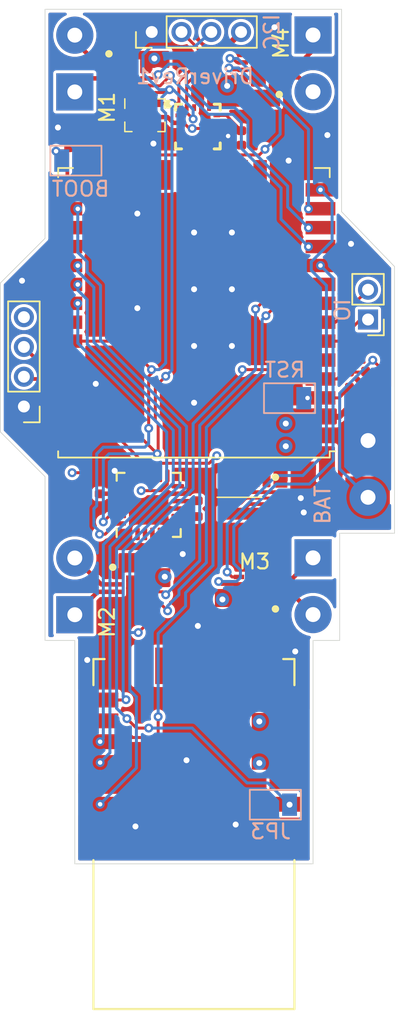
<source format=kicad_pcb>
(kicad_pcb (version 20171130) (host pcbnew "(5.1.5)-3")
  (layers (0 F.Cu signal) (1 In1.Cu power) (2 In2.Cu power) (31 B.Cu signal) (34 B.Paste user) (35 F.Paste user) (36 B.SilkS user) (37 F.SilkS user) (38 B.Mask user) (39 F.Mask user) (44 Edge.Cuts user))
  (net 0 "")
  (net 1 GND)
  (net 2 MOSI)
  (net 3 SCL)
  (net 4 TX)
  (net 5 RX)
  (net 6 SDA)
  (net 7 MISO)
  (net 8 SCLK)
  (net 9 UWB_RST)
  (net 10 UWB_CS)
  (net 11 BOOT)
  (net 12 M4+)
  (net 13 M3+)
  (net 14 M4-)
  (net 15 M1-)
  (net 16 M1+)
  (net 17 M3-)
  (net 18 M2-)
  (net 19 M2+)
  (net 20 IO35)
  (net 21 IO34)
  (net 22 "Net-(A1-Pad4)")
  (net 23 EN)
  (net 24 +3V3)
  (net 25 "Net-(C1-Pad2)")
  (net 26 "Net-(C1-Pad1)")
  (net 27 "Net-(C13-Pad2)")
  (net 28 "Net-(C22-Pad1)")
  (net 29 "Net-(C28-Pad2)")
  (net 30 "Net-(IC1-Pad3)")
  (net 31 "Net-(IC1-Pad2)")
  (net 32 "Net-(IC2-Pad3)")
  (net 33 "Net-(IC2-Pad2)")
  (net 34 "Net-(IC3-Pad3)")
  (net 35 "Net-(IC3-Pad2)")
  (net 36 "Net-(IC4-Pad3)")
  (net 37 "Net-(IC4-Pad2)")
  (net 38 VBAT)
  (net 39 "Net-(IC5-Pad4)")
  (net 40 "Net-(IC5-Pad2)")
  (module Connector_PinHeader_2.00mm:PinHeader_1x02_P2.00mm_Vertical (layer F.Cu) (at 91.694 60.452 180)
    (fp_text reference J10 hide)
    (fp_text value IO (at 1.7145 0.635 90) (layer B.SilkS) (effects (justify mirror)))
    (pad 2 thru_hole oval (at 0 2 180) (size 1.35 1.35) (drill 0.8) (layers *.Cu *.Mask) (net 20 IO35))
    (pad 1 thru_hole rect (at 0 0 180) (size 1.35 1.35) (drill 0.8) (layers *.Cu *.Mask) (net 21 IO34))
  )
  (module Connector_PinHeader_2.00mm:PinHeader_1x04_P2.00mm_Vertical (layer F.Cu) (at 68.58 66.294 180)
    (fp_text reference J9 hide)
    (fp_text value Uart)
    (pad 4 thru_hole oval (at 0 6 180) (size 1.35 1.35) (drill 0.8) (layers *.Cu *.Mask) (net 24 +3V3))
    (pad 3 thru_hole oval (at 0 4 180) (size 1.35 1.35) (drill 0.8) (layers *.Cu *.Mask) (net 5 RX))
    (pad 2 thru_hole oval (at 0 2 180) (size 1.35 1.35) (drill 0.8) (layers *.Cu *.Mask) (net 4 TX))
    (pad 1 thru_hole rect (at 0 0 180) (size 1.35 1.35) (drill 0.8) (layers *.Cu *.Mask) (net 1 GND))
  )
  (module Resistor_SMD:R_0402_1005Metric (layer F.Cu) (at 80.772 43.18 180)
    (fp_text reference R4 hide)
    (fp_text value 4.7k)
    (pad 2 smd roundrect (at 0.485 0 180) (size 0.59 0.64) (layers F.Cu F.Paste F.Mask) (net 3 SCL))
    (pad 1 smd roundrect (at -0.485 0 180) (size 0.59 0.64) (layers F.Cu F.Paste F.Mask) (net 24 +3V3))
  )
  (module Resistor_SMD:R_0402_1005Metric (layer F.Cu) (at 80.772 44.196 180)
    (fp_text reference R3 hide)
    (fp_text value 4.7k)
    (pad 2 smd roundrect (at 0.485 0 180) (size 0.59 0.64) (layers F.Cu F.Paste F.Mask) (net 6 SDA))
    (pad 1 smd roundrect (at -0.485 0 180) (size 0.59 0.64) (layers F.Cu F.Paste F.Mask) (net 24 +3V3))
  )
  (module SamacSys_Parts:LQH3NPN100MMEL (layer F.Cu) (at 83.058 72.39 90)
    (fp_text reference L1 hide)
    (fp_text value "2.2 uH" hide)
    (pad 2 smd rect (at 1.1 0 90) (size 0.8 2.7) (layers F.Cu F.Paste F.Mask) (net 40 "Net-(IC5-Pad2)"))
    (pad 1 smd rect (at -1.1 0 90) (size 0.8 2.7) (layers F.Cu F.Paste F.Mask) (net 39 "Net-(IC5-Pad4)"))
  )
  (module Capacitor_SMD:C_0402_1005Metric (layer F.Cu) (at 75.184 48.768)
    (fp_text reference C19 hide)
    (fp_text value 0.1uf)
    (pad 2 smd roundrect (at 0.485 0) (size 0.59 0.64) (layers F.Cu F.Paste F.Mask) (net 24 +3V3))
    (pad 1 smd roundrect (at -0.485 0) (size 0.59 0.64) (layers F.Cu F.Paste F.Mask) (net 1 GND))
  )
  (module Capacitor_SMD:C_0402_1005Metric (layer F.Cu) (at 85.598 75.438 270)
    (fp_text reference C18 hide)
    (fp_text value 10uF)
    (pad 2 smd roundrect (at 0.485 0 270) (size 0.59 0.64) (layers F.Cu F.Paste F.Mask) (net 1 GND))
    (pad 1 smd roundrect (at -0.485 0 270) (size 0.59 0.64) (layers F.Cu F.Paste F.Mask) (net 38 VBAT))
  )
  (module Capacitor_SMD:C_0402_1005Metric (layer F.Cu) (at 86.36 70.358 180)
    (fp_text reference C6 hide)
    (fp_text value 10uF)
    (pad 2 smd roundrect (at 0.485 0 180) (size 0.59 0.64) (layers F.Cu F.Paste F.Mask) (net 24 +3V3))
    (pad 1 smd roundrect (at -0.485 0 180) (size 0.59 0.64) (layers F.Cu F.Paste F.Mask) (net 1 GND))
  )
  (module Sensor_Motion:InvenSense_QFN-24_4x4mm_P0.5mm (layer F.Cu) (at 76.962 72.898 90)
    (fp_text reference U3 hide)
    (fp_text value MPU-6050)
    (pad 24 smd roundrect (at -1.25 -1.95 180) (size 0.85 0.3) (layers F.Cu F.Paste F.Mask) (net 6 SDA))
    (pad 23 smd roundrect (at -0.75 -1.95 180) (size 0.85 0.3) (layers F.Cu F.Paste F.Mask) (net 3 SCL))
    (pad 22 smd roundrect (at -0.25 -1.95 180) (size 0.85 0.3) (layers F.Cu F.Paste F.Mask))
    (pad 21 smd roundrect (at 0.25 -1.95 180) (size 0.85 0.3) (layers F.Cu F.Paste F.Mask))
    (pad 20 smd roundrect (at 0.75 -1.95 180) (size 0.85 0.3) (layers F.Cu F.Paste F.Mask) (net 29 "Net-(C28-Pad2)"))
    (pad 19 smd roundrect (at 1.25 -1.95 180) (size 0.85 0.3) (layers F.Cu F.Paste F.Mask))
    (pad 18 smd roundrect (at 1.95 -1.25 90) (size 0.85 0.3) (layers F.Cu F.Paste F.Mask) (net 1 GND))
    (pad 17 smd roundrect (at 1.95 -0.75 90) (size 0.85 0.3) (layers F.Cu F.Paste F.Mask))
    (pad 16 smd roundrect (at 1.95 -0.25 90) (size 0.85 0.3) (layers F.Cu F.Paste F.Mask))
    (pad 15 smd roundrect (at 1.95 0.25 90) (size 0.85 0.3) (layers F.Cu F.Paste F.Mask))
    (pad 14 smd roundrect (at 1.95 0.75 90) (size 0.85 0.3) (layers F.Cu F.Paste F.Mask))
    (pad 13 smd roundrect (at 1.95 1.25 90) (size 0.85 0.3) (layers F.Cu F.Paste F.Mask) (net 24 +3V3))
    (pad 12 smd roundrect (at 1.25 1.95 180) (size 0.85 0.3) (layers F.Cu F.Paste F.Mask))
    (pad 11 smd roundrect (at 0.75 1.95 180) (size 0.85 0.3) (layers F.Cu F.Paste F.Mask) (net 1 GND))
    (pad 10 smd roundrect (at 0.25 1.95 180) (size 0.85 0.3) (layers F.Cu F.Paste F.Mask) (net 28 "Net-(C22-Pad1)"))
    (pad 9 smd roundrect (at -0.25 1.95 180) (size 0.85 0.3) (layers F.Cu F.Paste F.Mask) (net 1 GND))
    (pad 8 smd roundrect (at -0.75 1.95 180) (size 0.85 0.3) (layers F.Cu F.Paste F.Mask) (net 27 "Net-(C13-Pad2)"))
    (pad 7 smd roundrect (at -1.25 1.95 180) (size 0.85 0.3) (layers F.Cu F.Paste F.Mask))
    (pad 6 smd roundrect (at -1.95 1.25 90) (size 0.85 0.3) (layers F.Cu F.Paste F.Mask))
    (pad 5 smd roundrect (at -1.95 0.75 90) (size 0.85 0.3) (layers F.Cu F.Paste F.Mask))
    (pad 4 smd roundrect (at -1.95 0.25 90) (size 0.85 0.3) (layers F.Cu F.Paste F.Mask))
    (pad 3 smd roundrect (at -1.95 -0.25 90) (size 0.85 0.3) (layers F.Cu F.Paste F.Mask))
    (pad 2 smd roundrect (at -1.95 -0.75 90) (size 0.85 0.3) (layers F.Cu F.Paste F.Mask))
    (pad 1 smd roundrect (at -1.95 -1.25 90) (size 0.85 0.3) (layers F.Cu F.Paste F.Mask) (net 1 GND))
  )
  (module Package_LGA:Bosch_LGA-8_2x2.5mm_P0.65mm_ClockwisePinNumbering (layer F.Cu) (at 76.708 46.736)
    (fp_text reference U2 hide)
    (fp_text value BMP280)
    (pad 8 smd rect (at -0.975 0.8 90) (size 0.5 0.35) (layers F.Cu F.Paste F.Mask) (net 24 +3V3))
    (pad 2 smd rect (at -0.325 -0.8 90) (size 0.5 0.35) (layers F.Cu F.Paste F.Mask) (net 24 +3V3))
    (pad 3 smd rect (at 0.325 -0.8 90) (size 0.5 0.35) (layers F.Cu F.Paste F.Mask) (net 6 SDA))
    (pad 4 smd rect (at 0.975 -0.8 90) (size 0.5 0.35) (layers F.Cu F.Paste F.Mask) (net 3 SCL))
    (pad 7 smd rect (at -0.325 0.8 90) (size 0.5 0.35) (layers F.Cu F.Paste F.Mask) (net 1 GND))
    (pad 6 smd rect (at 0.325 0.8 90) (size 0.5 0.35) (layers F.Cu F.Paste F.Mask) (net 24 +3V3))
    (pad 5 smd rect (at 0.975 0.8 90) (size 0.5 0.35) (layers F.Cu F.Paste F.Mask) (net 1 GND))
    (pad 1 smd rect (at -0.975 -0.8 90) (size 0.5 0.35) (layers F.Cu F.Paste F.Mask) (net 1 GND))
  )
  (module HMC5883L:HMC5883L (layer F.Cu) (at 80.264 47.498)
    (fp_text reference U1 hide)
    (fp_text value HMC5883L)
    (pad 16 smd rect (at -0.75 -1.275) (size 0.26 0.45) (layers F.Cu F.Paste F.Mask) (net 6 SDA))
    (pad 15 smd rect (at -0.25 -1.275) (size 0.26 0.45) (layers F.Cu F.Paste F.Mask))
    (pad 14 smd rect (at 0.25 -1.275) (size 0.26 0.45) (layers F.Cu F.Paste F.Mask) (net 1 GND))
    (pad 13 smd rect (at 0.75 -1.275) (size 0.26 0.45) (layers F.Cu F.Paste F.Mask) (net 24 +3V3))
    (pad 12 smd rect (at 1.275 -0.75) (size 0.45 0.26) (layers F.Cu F.Paste F.Mask) (net 26 "Net-(C1-Pad1)"))
    (pad 11 smd rect (at 1.275 -0.25) (size 0.45 0.26) (layers F.Cu F.Paste F.Mask) (net 1 GND))
    (pad 10 smd rect (at 1.275 0.25) (size 0.45 0.26) (layers F.Cu F.Paste F.Mask) (net 24 +3V3))
    (pad 9 smd rect (at 1.275 0.75) (size 0.45 0.26) (layers F.Cu F.Paste F.Mask) (net 1 GND))
    (pad 8 smd rect (at 0.75 1.275) (size 0.26 0.45) (layers F.Cu F.Paste F.Mask) (net 25 "Net-(C1-Pad2)"))
    (pad 7 smd rect (at 0.25 1.275) (size 0.26 0.45) (layers F.Cu F.Paste F.Mask) (net 1 GND))
    (pad 6 smd rect (at -0.25 1.275) (size 0.26 0.45) (layers F.Cu F.Paste F.Mask) (net 1 GND))
    (pad 5 smd rect (at -0.75 1.275) (size 0.26 0.45) (layers F.Cu F.Paste F.Mask) (net 1 GND))
    (pad 4 smd rect (at -1.275 0.75) (size 0.45 0.26) (layers F.Cu F.Paste F.Mask) (net 1 GND))
    (pad 3 smd rect (at -1.275 0.25) (size 0.45 0.26) (layers F.Cu F.Paste F.Mask) (net 1 GND))
    (pad 2 smd rect (at -1.275 -0.25) (size 0.45 0.26) (layers F.Cu F.Paste F.Mask) (net 24 +3V3))
    (pad 1 smd rect (at -1.275 -0.75) (size 0.45 0.26) (layers F.Cu F.Paste F.Mask) (net 3 SCL))
  )
  (module Resistor_SMD:R_0402_1005Metric (layer F.Cu) (at 76.581 80.4545)
    (fp_text reference R22 hide)
    (fp_text value 100k)
    (pad 2 smd roundrect (at 0.485 0) (size 0.59 0.64) (layers F.Cu F.Paste F.Mask) (net 21 IO34))
    (pad 1 smd roundrect (at -0.485 0) (size 0.59 0.64) (layers F.Cu F.Paste F.Mask) (net 1 GND))
  )
  (module Resistor_SMD:R_0402_1005Metric (layer F.Cu) (at 92.583 65.786 90)
    (fp_text reference R10 hide)
    (fp_text value 10k)
    (pad 2 smd roundrect (at 0.485 0 90) (size 0.59 0.64) (layers F.Cu F.Paste F.Mask) (net 23 EN))
    (pad 1 smd roundrect (at -0.485 0 90) (size 0.59 0.64) (layers F.Cu F.Paste F.Mask) (net 24 +3V3))
  )
  (module Resistor_SMD:R_0402_1005Metric (layer F.Cu) (at 90.424 63.5 270)
    (fp_text reference R2 hide)
    (fp_text value 470k)
    (pad 2 smd roundrect (at 0.485 0 270) (size 0.59 0.64) (layers F.Cu F.Paste F.Mask) (net 22 "Net-(A1-Pad4)"))
    (pad 1 smd roundrect (at -0.485 0 270) (size 0.59 0.64) (layers F.Cu F.Paste F.Mask) (net 1 GND))
  )
  (module Resistor_SMD:R_0402_1005Metric (layer F.Cu) (at 92.0115 63.9445 180)
    (fp_text reference R1 hide)
    (fp_text value 128k)
    (pad 2 smd roundrect (at 0.485 0 180) (size 0.59 0.64) (layers F.Cu F.Paste F.Mask) (net 22 "Net-(A1-Pad4)"))
    (pad 1 smd roundrect (at -0.485 0 180) (size 0.59 0.64) (layers F.Cu F.Paste F.Mask) (net 38 VBAT))
  )
  (module Jumper:SolderJumper-2_P1.3mm_Open_Pad1.0x1.5mm (layer B.Cu) (at 85.1535 93.0275)
    (fp_text reference JP3 (at 0 1.8 180) (layer B.SilkS) (effects (justify mirror)))
    (fp_text value Jumper_NO_Small)
    (pad 1 smd rect (at -0.65 0) (size 1 1.5) (layers B.Cu B.Mask) (net 1 GND))
    (pad 2 smd rect (at 1.27 0) (size 1 1.5) (layers B.Cu B.Mask) (net 9 UWB_RST))
  )
  (module Jumper:SolderJumper-2_P1.3mm_Open_Pad1.0x1.5mm (layer B.Cu) (at 72.39 49.784 180)
    (fp_text reference JP2 hide)
    (fp_text value BOOT (at 0 -1.9) (layer B.SilkS) (effects (justify mirror)))
    (pad 1 smd rect (at -0.65 0 180) (size 1 1.5) (layers B.Cu B.Mask) (net 1 GND))
    (pad 2 smd rect (at 1.27 0 180) (size 1 1.5) (layers B.Cu B.Mask) (net 11 BOOT))
  )
  (module Jumper:SolderJumper-2_P1.3mm_Open_Pad1.0x1.5mm (layer B.Cu) (at 86.106 65.7352)
    (fp_text reference JP1 hide)
    (fp_text value RST (at 0 -1.9) (layer B.SilkS) (effects (justify mirror)))
    (pad 1 smd rect (at -0.65 0) (size 1 1.5) (layers B.Cu B.Mask) (net 1 GND))
    (pad 2 smd rect (at 1.27 0) (size 1 1.5) (layers B.Cu B.Mask) (net 23 EN))
  )
  (module Connector_Wire:SolderWirePad_1x02_P3.81mm_Drill1mm (layer F.Cu) (at 91.694 68.58 270)
    (fp_text reference J8 hide)
    (fp_text value BAT (at 4.318 3.048 90) (layer B.SilkS))
    (pad 2 thru_hole circle (at 3.81 0 270) (size 2.49936 2.49936) (drill 1.00076) (layers *.Cu *.Mask) (net 38 VBAT))
    (pad 1 thru_hole rect (at 0 0 270) (size 2.49936 2.49936) (drill 1.00076) (layers *.Cu *.Mask) (net 1 GND))
  )
  (module Connector_PinHeader_2.00mm:PinHeader_1x04_P2.00mm_Vertical (layer F.Cu) (at 77.1652 41.148 90)
    (fp_text reference J5 hide)
    (fp_text value I2C (at 0 8.06 90) (layer B.SilkS) (effects (justify mirror)))
    (pad 4 thru_hole oval (at 0 6 90) (size 1.35 1.35) (drill 0.8) (layers *.Cu *.Mask) (net 24 +3V3))
    (pad 3 thru_hole oval (at 0 4 90) (size 1.35 1.35) (drill 0.8) (layers *.Cu *.Mask) (net 6 SDA))
    (pad 2 thru_hole oval (at 0 2 90) (size 1.35 1.35) (drill 0.8) (layers *.Cu *.Mask) (net 3 SCL))
    (pad 1 thru_hole rect (at 0 0 90) (size 1.35 1.35) (drill 0.8) (layers *.Cu *.Mask) (net 1 GND))
  )
  (module Connector_Wire:SolderWirePad_1x02_P3.81mm_Drill1mm (layer F.Cu) (at 72 80.274 90)
    (fp_text reference J4 hide)
    (fp_text value M2 (at -0.498 2.168 90) (layer F.SilkS))
    (pad 2 thru_hole circle (at 3.81 0 90) (size 2.49936 2.49936) (drill 1.00076) (layers *.Cu *.Mask) (net 37 "Net-(IC4-Pad2)"))
    (pad 1 thru_hole rect (at 0 0 90) (size 2.49936 2.49936) (drill 1.00076) (layers *.Cu *.Mask) (net 36 "Net-(IC4-Pad3)"))
  )
  (module Connector_Wire:SolderWirePad_1x02_P3.81mm_Drill1mm (layer F.Cu) (at 88 76.454 270)
    (fp_text reference J3 hide)
    (fp_text value M3 (at 0.254 3.926 180) (layer F.SilkS))
    (pad 2 thru_hole circle (at 3.81 0 270) (size 2.49936 2.49936) (drill 1.00076) (layers *.Cu *.Mask) (net 35 "Net-(IC3-Pad2)"))
    (pad 1 thru_hole rect (at 0 0 270) (size 2.49936 2.49936) (drill 1.00076) (layers *.Cu *.Mask) (net 34 "Net-(IC3-Pad3)"))
  )
  (module Connector_Wire:SolderWirePad_1x02_P3.81mm_Drill1mm (layer F.Cu) (at 88 41.3512 270)
    (fp_text reference J2)
    (fp_text value M4 (at 0.5588 2.148 90) (layer F.SilkS))
    (pad 2 thru_hole circle (at 3.81 0 270) (size 2.49936 2.49936) (drill 1.00076) (layers *.Cu *.Mask) (net 33 "Net-(IC2-Pad2)"))
    (pad 1 thru_hole rect (at 0 0 270) (size 2.49936 2.49936) (drill 1.00076) (layers *.Cu *.Mask) (net 32 "Net-(IC2-Pad3)"))
  )
  (module Connector_Wire:SolderWirePad_1x02_P3.81mm_Drill1mm (layer F.Cu) (at 72 45.1712 90)
    (fp_text reference J1)
    (fp_text value M1 (at -1.0568 2.168 90) (layer F.SilkS))
    (pad 2 thru_hole circle (at 3.81 0 90) (size 2.49936 2.49936) (drill 1.00076) (layers *.Cu *.Mask) (net 31 "Net-(IC1-Pad2)"))
    (pad 1 thru_hole rect (at 0 0 90) (size 2.49936 2.49936) (drill 1.00076) (layers *.Cu *.Mask) (net 30 "Net-(IC1-Pad3)"))
  )
  (module SamacSys_Parts:SON40P300X300X75-13N (layer F.Cu) (at 87.376 72.644)
    (fp_text reference IC5 hide)
    (fp_text value ISL9110IRT7Z-T7A hide)
    (pad 13 smd rect (at 0 0) (size 1.8 2.55) (layers F.Cu F.Paste F.Mask) (net 1 GND))
    (pad 12 smd rect (at 1.5 -1 90) (size 0.2 0.8) (layers F.Cu F.Paste F.Mask) (net 24 +3V3))
    (pad 11 smd rect (at 1.5 -0.6 90) (size 0.2 0.8) (layers F.Cu F.Paste F.Mask) (net 1 GND))
    (pad 10 smd rect (at 1.5 -0.2 90) (size 0.2 0.8) (layers F.Cu F.Paste F.Mask) (net 38 VBAT))
    (pad 9 smd rect (at 1.5 0.2 90) (size 0.2 0.8) (layers F.Cu F.Paste F.Mask) (net 38 VBAT))
    (pad 8 smd rect (at 1.5 0.6 90) (size 0.2 0.8) (layers F.Cu F.Paste F.Mask))
    (pad 7 smd rect (at 1.5 1 90) (size 0.2 0.8) (layers F.Cu F.Paste F.Mask))
    (pad 6 smd rect (at -1.5 1 90) (size 0.2 0.8) (layers F.Cu F.Paste F.Mask) (net 38 VBAT))
    (pad 5 smd rect (at -1.5 0.6 90) (size 0.2 0.8) (layers F.Cu F.Paste F.Mask) (net 38 VBAT))
    (pad 4 smd rect (at -1.5 0.2 90) (size 0.2 0.8) (layers F.Cu F.Paste F.Mask) (net 39 "Net-(IC5-Pad4)"))
    (pad 3 smd rect (at -1.5 -0.2 90) (size 0.2 0.8) (layers F.Cu F.Paste F.Mask) (net 1 GND))
    (pad 2 smd rect (at -1.5 -0.6 90) (size 0.2 0.8) (layers F.Cu F.Paste F.Mask) (net 40 "Net-(IC5-Pad2)"))
    (pad 1 smd rect (at -1.5 -1 90) (size 0.2 0.8) (layers F.Cu F.Paste F.Mask) (net 24 +3V3))
  )
  (module SamacSys_Parts:SON50P200X200X80-9N (layer F.Cu) (at 75.946 78.486)
    (fp_text reference IC4 hide)
    (fp_text value DRV8837CDSGR hide)
    (pad 9 smd rect (at 0 0) (size 1 1.7) (layers F.Cu F.Paste F.Mask) (net 1 GND))
    (pad 8 smd rect (at 1.05 -0.75 90) (size 0.3 0.7) (layers F.Cu F.Paste F.Mask) (net 24 +3V3))
    (pad 7 smd rect (at 1.05 -0.25 90) (size 0.3 0.7) (layers F.Cu F.Paste F.Mask) (net 24 +3V3))
    (pad 6 smd rect (at 1.05 0.25 90) (size 0.3 0.7) (layers F.Cu F.Paste F.Mask) (net 18 M2-))
    (pad 5 smd rect (at 1.05 0.75 90) (size 0.3 0.7) (layers F.Cu F.Paste F.Mask) (net 19 M2+))
    (pad 4 smd rect (at -1.05 0.75 90) (size 0.3 0.7) (layers F.Cu F.Paste F.Mask) (net 1 GND))
    (pad 3 smd rect (at -1.05 0.25 90) (size 0.3 0.7) (layers F.Cu F.Paste F.Mask) (net 36 "Net-(IC4-Pad3)"))
    (pad 2 smd rect (at -1.05 -0.25 90) (size 0.3 0.7) (layers F.Cu F.Paste F.Mask) (net 37 "Net-(IC4-Pad2)"))
    (pad 1 smd rect (at -1.05 -0.75 90) (size 0.3 0.7) (layers F.Cu F.Paste F.Mask) (net 24 +3V3))
  )
  (module SamacSys_Parts:SON50P200X200X80-9N (layer F.Cu) (at 84.074 78.486 180)
    (fp_text reference IC3 hide)
    (fp_text value DRV8837CDSGR hide)
    (pad 9 smd rect (at 0 0 180) (size 1 1.7) (layers F.Cu F.Paste F.Mask) (net 1 GND))
    (pad 8 smd rect (at 1.05 -0.75 270) (size 0.3 0.7) (layers F.Cu F.Paste F.Mask) (net 24 +3V3))
    (pad 7 smd rect (at 1.05 -0.25 270) (size 0.3 0.7) (layers F.Cu F.Paste F.Mask) (net 24 +3V3))
    (pad 6 smd rect (at 1.05 0.25 270) (size 0.3 0.7) (layers F.Cu F.Paste F.Mask) (net 17 M3-))
    (pad 5 smd rect (at 1.05 0.75 270) (size 0.3 0.7) (layers F.Cu F.Paste F.Mask) (net 13 M3+))
    (pad 4 smd rect (at -1.05 0.75 270) (size 0.3 0.7) (layers F.Cu F.Paste F.Mask) (net 1 GND))
    (pad 3 smd rect (at -1.05 0.25 270) (size 0.3 0.7) (layers F.Cu F.Paste F.Mask) (net 34 "Net-(IC3-Pad3)"))
    (pad 2 smd rect (at -1.05 -0.25 270) (size 0.3 0.7) (layers F.Cu F.Paste F.Mask) (net 35 "Net-(IC3-Pad2)"))
    (pad 1 smd rect (at -1.05 -0.75 270) (size 0.3 0.7) (layers F.Cu F.Paste F.Mask) (net 24 +3V3))
  )
  (module SamacSys_Parts:SON50P200X200X80-9N (layer F.Cu) (at 84.328 43.942 180)
    (fp_text reference IC2)
    (fp_text value DRV8837CDSGR hide)
    (pad 9 smd rect (at 0 0 180) (size 1 1.7) (layers F.Cu F.Paste F.Mask) (net 1 GND))
    (pad 8 smd rect (at 1.05 -0.75 270) (size 0.3 0.7) (layers F.Cu F.Paste F.Mask) (net 24 +3V3))
    (pad 7 smd rect (at 1.05 -0.25 270) (size 0.3 0.7) (layers F.Cu F.Paste F.Mask) (net 24 +3V3))
    (pad 6 smd rect (at 1.05 0.25 270) (size 0.3 0.7) (layers F.Cu F.Paste F.Mask) (net 12 M4+))
    (pad 5 smd rect (at 1.05 0.75 270) (size 0.3 0.7) (layers F.Cu F.Paste F.Mask) (net 14 M4-))
    (pad 4 smd rect (at -1.05 0.75 270) (size 0.3 0.7) (layers F.Cu F.Paste F.Mask) (net 1 GND))
    (pad 3 smd rect (at -1.05 0.25 270) (size 0.3 0.7) (layers F.Cu F.Paste F.Mask) (net 32 "Net-(IC2-Pad3)"))
    (pad 2 smd rect (at -1.05 -0.25 270) (size 0.3 0.7) (layers F.Cu F.Paste F.Mask) (net 33 "Net-(IC2-Pad2)"))
    (pad 1 smd rect (at -1.05 -0.75 270) (size 0.3 0.7) (layers F.Cu F.Paste F.Mask) (net 24 +3V3))
  )
  (module SamacSys_Parts:SON50P200X200X80-9N (layer F.Cu) (at 75.692 44.013)
    (fp_text reference IC1)
    (fp_text value DRV8837CDSGR hide)
    (pad 9 smd rect (at 0 0) (size 1 1.7) (layers F.Cu F.Paste F.Mask) (net 1 GND))
    (pad 8 smd rect (at 1.05 -0.75 90) (size 0.3 0.7) (layers F.Cu F.Paste F.Mask) (net 24 +3V3))
    (pad 7 smd rect (at 1.05 -0.25 90) (size 0.3 0.7) (layers F.Cu F.Paste F.Mask) (net 24 +3V3))
    (pad 6 smd rect (at 1.05 0.25 90) (size 0.3 0.7) (layers F.Cu F.Paste F.Mask) (net 15 M1-))
    (pad 5 smd rect (at 1.05 0.75 90) (size 0.3 0.7) (layers F.Cu F.Paste F.Mask) (net 16 M1+))
    (pad 4 smd rect (at -1.05 0.75 90) (size 0.3 0.7) (layers F.Cu F.Paste F.Mask) (net 1 GND))
    (pad 3 smd rect (at -1.05 0.25 90) (size 0.3 0.7) (layers F.Cu F.Paste F.Mask) (net 30 "Net-(IC1-Pad3)"))
    (pad 2 smd rect (at -1.05 -0.25 90) (size 0.3 0.7) (layers F.Cu F.Paste F.Mask) (net 31 "Net-(IC1-Pad2)"))
    (pad 1 smd rect (at -1.05 -0.75 90) (size 0.3 0.7) (layers F.Cu F.Paste F.Mask) (net 24 +3V3))
  )
  (module RF_Module:DWM1000 (layer F.Cu) (at 80 95 180)
    (fp_text reference DWM1 hide)
    (fp_text value DWM1000)
    (pad 24 smd rect (at 6.3 -0.7988 270) (size 1 2.45) (layers F.Cu F.Paste F.Mask) (net 1 GND))
    (pad 23 smd rect (at 6.3 0.6012 270) (size 1 2.45) (layers F.Cu F.Paste F.Mask) (net 1 GND))
    (pad 22 smd rect (at 6.3 2.0012 270) (size 1 2.45) (layers F.Cu F.Paste F.Mask) (net 21 IO34))
    (pad 21 smd rect (at 6.3 3.4012 270) (size 1 2.45) (layers F.Cu F.Paste F.Mask) (net 1 GND))
    (pad 20 smd rect (at 6.3 4.8012 270) (size 1 2.45) (layers F.Cu F.Paste F.Mask) (net 8 SCLK))
    (pad 19 smd rect (at 6.3 6.2012 270) (size 1 2.45) (layers F.Cu F.Paste F.Mask) (net 7 MISO))
    (pad 18 smd rect (at 6.3 7.6 270) (size 1 2.45) (layers F.Cu F.Paste F.Mask) (net 2 MOSI))
    (pad 17 smd rect (at 6.3 9 270) (size 1 2.45) (layers F.Cu F.Paste F.Mask) (net 10 UWB_CS))
    (pad 16 smd rect (at 4.9 11.2962 180) (size 1 2.45) (layers F.Cu F.Paste F.Mask) (net 1 GND))
    (pad 15 smd rect (at 3.5 11.2962 180) (size 1 2.45) (layers F.Cu F.Paste F.Mask))
    (pad 14 smd rect (at 2.1 11.2962 180) (size 1 2.45) (layers F.Cu F.Paste F.Mask))
    (pad 13 smd rect (at 0.7 11.2962 180) (size 1 2.45) (layers F.Cu F.Paste F.Mask))
    (pad 12 smd rect (at -0.7 11.2962 180) (size 1 2.45) (layers F.Cu F.Paste F.Mask))
    (pad 11 smd rect (at -2.1 11.2962 180) (size 1 2.45) (layers F.Cu F.Paste F.Mask))
    (pad 10 smd rect (at -3.5 11.2962 180) (size 1 2.45) (layers F.Cu F.Paste F.Mask))
    (pad 9 smd rect (at -4.9 11.2962 180) (size 1 2.45) (layers F.Cu F.Paste F.Mask))
    (pad 8 smd rect (at -6.3 9.0012 270) (size 1 2.45) (layers F.Cu F.Paste F.Mask) (net 1 GND))
    (pad 7 smd rect (at -6.3 7.6012 270) (size 1 2.45) (layers F.Cu F.Paste F.Mask) (net 24 +3V3))
    (pad 6 smd rect (at -6.3 6.2012 270) (size 1 2.45) (layers F.Cu F.Paste F.Mask) (net 24 +3V3))
    (pad 5 smd rect (at -6.3 4.8012 270) (size 1 2.45) (layers F.Cu F.Paste F.Mask) (net 24 +3V3))
    (pad 4 smd rect (at -6.3 3.4012 270) (size 1 2.45) (layers F.Cu F.Paste F.Mask))
    (pad 3 smd rect (at -6.3 2.0012 270) (size 1 2.45) (layers F.Cu F.Paste F.Mask) (net 9 UWB_RST))
    (pad 2 smd rect (at -6.3 0.6012 270) (size 1 2.45) (layers F.Cu F.Paste F.Mask))
    (pad 1 smd rect (at -6.3 -0.7988 270) (size 1 2.45) (layers F.Cu F.Paste F.Mask))
  )
  (module Capacitor_SMD:C_0402_1005Metric (layer F.Cu) (at 82.55 81.407)
    (fp_text reference C38 hide)
    (fp_text value 10uf)
    (pad 2 smd roundrect (at 0.485 0) (size 0.59 0.64) (layers F.Cu F.Paste F.Mask) (net 24 +3V3))
    (pad 1 smd roundrect (at -0.485 0) (size 0.59 0.64) (layers F.Cu F.Paste F.Mask) (net 1 GND))
  )
  (module Capacitor_SMD:C_0402_1005Metric (layer F.Cu) (at 73.66 72.644 90)
    (fp_text reference C28 hide)
    (fp_text value 2.2nf)
    (pad 2 smd roundrect (at 0.485 0 90) (size 0.59 0.64) (layers F.Cu F.Paste F.Mask) (net 29 "Net-(C28-Pad2)"))
    (pad 1 smd roundrect (at -0.485 0 90) (size 0.59 0.64) (layers F.Cu F.Paste F.Mask) (net 1 GND))
  )
  (module Capacitor_SMD:C_0402_1005Metric (layer F.Cu) (at 80.264 72.136 90)
    (fp_text reference C22 hide)
    (fp_text value 0.1uf)
    (pad 2 smd roundrect (at 0.485 0 90) (size 0.59 0.64) (layers F.Cu F.Paste F.Mask) (net 1 GND))
    (pad 1 smd roundrect (at -0.485 0 90) (size 0.59 0.64) (layers F.Cu F.Paste F.Mask) (net 28 "Net-(C22-Pad1)"))
  )
  (module Capacitor_SMD:C_0402_1005Metric (layer F.Cu) (at 83.185 46.2915 90)
    (fp_text reference C17 hide)
    (fp_text value 0.1uf)
    (pad 2 smd roundrect (at 0.485 0 90) (size 0.59 0.64) (layers F.Cu F.Paste F.Mask) (net 24 +3V3))
    (pad 1 smd roundrect (at -0.485 0 90) (size 0.59 0.64) (layers F.Cu F.Paste F.Mask) (net 1 GND))
  )
  (module Capacitor_SMD:C_0402_1005Metric (layer F.Cu) (at 82.55 80.391)
    (fp_text reference C16 hide)
    (fp_text value 0.1uf)
    (pad 2 smd roundrect (at 0.485 0) (size 0.59 0.64) (layers F.Cu F.Paste F.Mask) (net 24 +3V3))
    (pad 1 smd roundrect (at -0.485 0) (size 0.59 0.64) (layers F.Cu F.Paste F.Mask) (net 1 GND))
  )
  (module Capacitor_SMD:C_0402_1005Metric (layer F.Cu) (at 77.47 76.581 180)
    (fp_text reference C15 hide)
    (fp_text value 0.1uf)
    (pad 2 smd roundrect (at 0.485 0 180) (size 0.59 0.64) (layers F.Cu F.Paste F.Mask) (net 24 +3V3))
    (pad 1 smd roundrect (at -0.485 0 180) (size 0.59 0.64) (layers F.Cu F.Paste F.Mask) (net 1 GND))
  )
  (module Capacitor_SMD:C_0402_1005Metric (layer F.Cu) (at 73.152 70.739 180)
    (fp_text reference C14 hide)
    (fp_text value 0.1uf)
    (pad 2 smd roundrect (at 0.485 0 180) (size 0.59 0.64) (layers F.Cu F.Paste F.Mask) (net 24 +3V3))
    (pad 1 smd roundrect (at -0.485 0 180) (size 0.59 0.64) (layers F.Cu F.Paste F.Mask) (net 1 GND))
  )
  (module Capacitor_SMD:C_0402_1005Metric (layer F.Cu) (at 80.264 74.168 90)
    (fp_text reference C13 hide)
    (fp_text value 10nf)
    (pad 2 smd roundrect (at 0.485 0 90) (size 0.59 0.64) (layers F.Cu F.Paste F.Mask) (net 27 "Net-(C13-Pad2)"))
    (pad 1 smd roundrect (at -0.485 0 90) (size 0.59 0.64) (layers F.Cu F.Paste F.Mask) (net 1 GND))
  )
  (module Capacitor_SMD:C_0402_1005Metric (layer F.Cu) (at 78.486 43.18 180)
    (fp_text reference C12 hide)
    (fp_text value 0.1uf)
    (pad 2 smd roundrect (at 0.485 0 180) (size 0.59 0.64) (layers F.Cu F.Paste F.Mask) (net 24 +3V3))
    (pad 1 smd roundrect (at -0.485 0 180) (size 0.59 0.64) (layers F.Cu F.Paste F.Mask) (net 1 GND))
  )
  (module Capacitor_SMD:C_0402_1005Metric (layer F.Cu) (at 84.2645 46.2915 90)
    (fp_text reference C11 hide)
    (fp_text value 0.1uf)
    (pad 2 smd roundrect (at 0.485 0 90) (size 0.59 0.64) (layers F.Cu F.Paste F.Mask) (net 24 +3V3))
    (pad 1 smd roundrect (at -0.485 0 90) (size 0.59 0.64) (layers F.Cu F.Paste F.Mask) (net 1 GND))
  )
  (module Capacitor_SMD:C_0402_1005Metric (layer F.Cu) (at 85.09 80.772 90)
    (fp_text reference C10 hide)
    (fp_text value 0.1uf)
    (pad 2 smd roundrect (at 0.485 0 90) (size 0.59 0.64) (layers F.Cu F.Paste F.Mask) (net 24 +3V3))
    (pad 1 smd roundrect (at -0.485 0 90) (size 0.59 0.64) (layers F.Cu F.Paste F.Mask) (net 1 GND))
  )
  (module Capacitor_SMD:C_0402_1005Metric (layer F.Cu) (at 74.803 76.581)
    (fp_text reference C9 hide)
    (fp_text value 0.1uf)
    (pad 2 smd roundrect (at 0.485 0) (size 0.59 0.64) (layers F.Cu F.Paste F.Mask) (net 24 +3V3))
    (pad 1 smd roundrect (at -0.485 0) (size 0.59 0.64) (layers F.Cu F.Paste F.Mask) (net 1 GND))
  )
  (module Capacitor_SMD:C_0402_1005Metric (layer F.Cu) (at 74.422 41.656 270)
    (fp_text reference C8 hide)
    (fp_text value 0.1uf)
    (pad 2 smd roundrect (at 0.485 0 270) (size 0.59 0.64) (layers F.Cu F.Paste F.Mask) (net 24 +3V3))
    (pad 1 smd roundrect (at -0.485 0 270) (size 0.59 0.64) (layers F.Cu F.Paste F.Mask) (net 1 GND))
  )
  (module Capacitor_SMD:C_0402_1005Metric (layer F.Cu) (at 88.392 70.358)
    (fp_text reference C7 hide)
    (fp_text value 0.1uf)
    (pad 2 smd roundrect (at 0.485 0) (size 0.59 0.64) (layers F.Cu F.Paste F.Mask) (net 24 +3V3))
    (pad 1 smd roundrect (at -0.485 0) (size 0.59 0.64) (layers F.Cu F.Paste F.Mask) (net 1 GND))
  )
  (module Capacitor_SMD:C_0402_1005Metric (layer F.Cu) (at 90.932 66.294 180)
    (fp_text reference C5 hide)
    (fp_text value 10uf)
    (pad 2 smd roundrect (at 0.485 0 180) (size 0.59 0.64) (layers F.Cu F.Paste F.Mask) (net 24 +3V3))
    (pad 1 smd roundrect (at -0.485 0 180) (size 0.59 0.64) (layers F.Cu F.Paste F.Mask) (net 1 GND))
  )
  (module Capacitor_SMD:C_0402_1005Metric (layer F.Cu) (at 80.772 45.212)
    (fp_text reference C4 hide)
    (fp_text value 4.7uf)
    (pad 2 smd roundrect (at 0.485 0) (size 0.59 0.64) (layers F.Cu F.Paste F.Mask) (net 24 +3V3))
    (pad 1 smd roundrect (at -0.485 0) (size 0.59 0.64) (layers F.Cu F.Paste F.Mask) (net 1 GND))
  )
  (module Capacitor_SMD:C_0402_1005Metric (layer F.Cu) (at 72.0725 48.895)
    (fp_text reference C3 hide)
    (fp_text value 10uf)
    (pad 2 smd roundrect (at 0.485 0) (size 0.59 0.64) (layers F.Cu F.Paste F.Mask) (net 1 GND))
    (pad 1 smd roundrect (at -0.485 0) (size 0.59 0.64) (layers F.Cu F.Paste F.Mask) (net 11 BOOT))
  )
  (module Capacitor_SMD:C_0402_1005Metric (layer F.Cu) (at 90.932 65.024)
    (fp_text reference C2 hide)
    (fp_text value 10uf)
    (pad 2 smd roundrect (at 0.485 0) (size 0.59 0.64) (layers F.Cu F.Paste F.Mask) (net 1 GND))
    (pad 1 smd roundrect (at -0.485 0) (size 0.59 0.64) (layers F.Cu F.Paste F.Mask) (net 23 EN))
  )
  (module Capacitor_SMD:C_0402_1005Metric (layer F.Cu) (at 83.185 48.26 270)
    (fp_text reference C1 hide)
    (fp_text value 0.22uf)
    (pad 2 smd roundrect (at 0.485 0 270) (size 0.59 0.64) (layers F.Cu F.Paste F.Mask) (net 25 "Net-(C1-Pad2)"))
    (pad 1 smd roundrect (at -0.485 0 270) (size 0.59 0.64) (layers F.Cu F.Paste F.Mask) (net 26 "Net-(C1-Pad1)"))
  )
  (module RF_Module:ESP32-WROOM-32U (layer F.Cu) (at 80 60 180)
    (fp_text reference A1 hide)
    (fp_text value ESP32-WROVER-I)
    (pad 38 smd rect (at 8.5 -8.255 180) (size 2 0.9) (layers F.Cu F.Paste F.Mask) (net 1 GND))
    (pad 37 smd rect (at 8.5 -6.985 180) (size 2 0.9) (layers F.Cu F.Paste F.Mask) (net 2 MOSI))
    (pad 36 smd rect (at 8.5 -5.715 180) (size 2 0.9) (layers F.Cu F.Paste F.Mask) (net 3 SCL))
    (pad 35 smd rect (at 8.5 -4.445 180) (size 2 0.9) (layers F.Cu F.Paste F.Mask) (net 4 TX))
    (pad 34 smd rect (at 8.5 -3.175 180) (size 2 0.9) (layers F.Cu F.Paste F.Mask) (net 5 RX))
    (pad 33 smd rect (at 8.5 -1.905 180) (size 2 0.9) (layers F.Cu F.Paste F.Mask) (net 6 SDA))
    (pad 32 smd rect (at 8.5 -0.635 180) (size 2 0.9) (layers F.Cu F.Paste F.Mask))
    (pad 31 smd rect (at 8.5 0.635 180) (size 2 0.9) (layers F.Cu F.Paste F.Mask) (net 7 MISO))
    (pad 30 smd rect (at 8.5 1.905 180) (size 2 0.9) (layers F.Cu F.Paste F.Mask) (net 8 SCLK))
    (pad 29 smd rect (at 8.5 3.175 180) (size 2 0.9) (layers F.Cu F.Paste F.Mask) (net 9 UWB_RST))
    (pad 28 smd rect (at 8.5 4.445 180) (size 2 0.9) (layers F.Cu F.Paste F.Mask))
    (pad 27 smd rect (at 8.5 5.715 180) (size 2 0.9) (layers F.Cu F.Paste F.Mask))
    (pad 26 smd rect (at 8.5 6.985 180) (size 2 0.9) (layers F.Cu F.Paste F.Mask) (net 10 UWB_CS))
    (pad 25 smd rect (at 8.5 8.255 180) (size 2 0.9) (layers F.Cu F.Paste F.Mask) (net 11 BOOT))
    (pad 24 smd rect (at 5.715 9.255 270) (size 2 0.9) (layers F.Cu F.Paste F.Mask))
    (pad 23 smd rect (at 4.445 9.255 270) (size 2 0.9) (layers F.Cu F.Paste F.Mask) (net 12 M4+))
    (pad 22 smd rect (at 3.175 9.255 270) (size 2 0.9) (layers F.Cu F.Paste F.Mask))
    (pad 21 smd rect (at 1.905 9.255 270) (size 2 0.9) (layers F.Cu F.Paste F.Mask))
    (pad 20 smd rect (at 0.635 9.255 270) (size 2 0.9) (layers F.Cu F.Paste F.Mask))
    (pad 19 smd rect (at -0.635 9.255 270) (size 2 0.9) (layers F.Cu F.Paste F.Mask))
    (pad 18 smd rect (at -1.905 9.255 270) (size 2 0.9) (layers F.Cu F.Paste F.Mask))
    (pad 17 smd rect (at -3.175 9.255 270) (size 2 0.9) (layers F.Cu F.Paste F.Mask))
    (pad 16 smd rect (at -4.445 9.255 270) (size 2 0.9) (layers F.Cu F.Paste F.Mask))
    (pad 15 smd rect (at -5.715 9.255 90) (size 2 0.9) (layers F.Cu F.Paste F.Mask) (net 1 GND))
    (pad 14 smd rect (at -8.5 8.255 180) (size 2 0.9) (layers F.Cu F.Paste F.Mask) (net 13 M3+))
    (pad 13 smd rect (at -8.5 6.985 180) (size 2 0.9) (layers F.Cu F.Paste F.Mask) (net 14 M4-))
    (pad 12 smd rect (at -8.5 5.715 180) (size 2 0.9) (layers F.Cu F.Paste F.Mask) (net 15 M1-))
    (pad 11 smd rect (at -8.5 4.445 180) (size 2 0.9) (layers F.Cu F.Paste F.Mask) (net 16 M1+))
    (pad 10 smd rect (at -8.5 3.175 180) (size 2 0.9) (layers F.Cu F.Paste F.Mask) (net 17 M3-))
    (pad 9 smd rect (at -8.5 1.905 180) (size 2 0.9) (layers F.Cu F.Paste F.Mask) (net 18 M2-))
    (pad 8 smd rect (at -8.5 0.635 180) (size 2 0.9) (layers F.Cu F.Paste F.Mask) (net 19 M2+))
    (pad 7 smd rect (at -8.5 -0.635 180) (size 2 0.9) (layers F.Cu F.Paste F.Mask) (net 20 IO35))
    (pad 6 smd rect (at -8.5 -1.905 180) (size 2 0.9) (layers F.Cu F.Paste F.Mask) (net 21 IO34))
    (pad 5 smd rect (at -8.5 -3.175 180) (size 2 0.9) (layers F.Cu F.Paste F.Mask))
    (pad 4 smd rect (at -8.5 -4.445 180) (size 2 0.9) (layers F.Cu F.Paste F.Mask) (net 22 "Net-(A1-Pad4)"))
    (pad 3 smd rect (at -8.5 -5.715 180) (size 2 0.9) (layers F.Cu F.Paste F.Mask) (net 23 EN))
    (pad 2 smd rect (at -8.5 -6.985 180) (size 2 0.9) (layers F.Cu F.Paste F.Mask) (net 24 +3V3))
    (pad 1 smd rect (at -8.5 -8.255 180) (size 2 0.9) (layers F.Cu F.Paste F.Mask) (net 1 GND))
    (pad 39 smd rect (at -1 -0.755 180) (size 5 5) (layers F.Cu F.Paste F.Mask) (net 1 GND))
  )
  (gr_text DriverRev1 (at 80.0735 44.1325) (layer B.SilkS) (effects (font (size 1 1)) (justify mirror)))
  (gr_line (start 89.789 82) (end 89.789 74.803) (layer Edge.Cuts) (width 0.05))
  (gr_line (start 93.472 74.803) (end 93.472 56.896) (layer Edge.Cuts) (width 0.05))
  (gr_line (start 89.789 74.803) (end 93.472 74.803) (layer Edge.Cuts) (width 0.05))
  (gr_line (start 67 68) (end 70 71) (layer Edge.Cuts) (width 0.05))
  (gr_line (start 67 58) (end 70 55) (layer Edge.Cuts) (width 0.05))
  (gr_line (start 93.472 56.896) (end 89.916 53.213) (layer Edge.Cuts) (width 0.05))
  (gr_line (start 70 39.624) (end 89.916 39.624) (layer Edge.Cuts) (width 0.05))
  (gr_line (start 70 55) (end 70 39.624) (layer Edge.Cuts) (width 0.05))
  (gr_line (start 67 68) (end 67 58) (layer Edge.Cuts) (width 0.05))
  (gr_line (start 70 82) (end 70 71) (layer Edge.Cuts) (width 0.05))
  (gr_line (start 72 82) (end 70 82) (layer Edge.Cuts) (width 0.05))
  (gr_line (start 72 97) (end 72 82) (layer Edge.Cuts) (width 0.05))
  (gr_line (start 88 97) (end 72 97) (layer Edge.Cuts) (width 0.05))
  (gr_line (start 88 82) (end 88 97) (layer Edge.Cuts) (width 0.05))
  (gr_line (start 89.789 82) (end 88 82) (layer Edge.Cuts) (width 0.05))
  (gr_line (start 89.916 39.624) (end 89.916 53.213) (layer Edge.Cuts) (width 0.05))
  (via (at 87.376 73.406) (size 0.9) (drill 0.4) (layers F.Cu B.Cu) (net 1))
  (via (at 71.8185 70.739) (size 0.6) (drill 0.3) (layers F.Cu B.Cu) (net 24))
  (via (at 76.454 71.9455) (size 0.6) (drill 0.3) (layers F.Cu B.Cu) (net 24))
  (via (at 82.296 48.133) (size 0.6) (drill 0.3) (layers F.Cu B.Cu) (net 1))
  (via (at 77.2795 48.641) (size 0.9) (drill 0.4) (layers F.Cu B.Cu) (net 1))
  (via (at 73.406 64.77) (size 0.9) (drill 0.4) (layers F.Cu B.Cu) (net 1))
  (via (at 86.36 49.784) (size 0.9) (drill 0.4) (layers F.Cu B.Cu) (net 1))
  (via (at 74.676 70.612) (size 0.9) (drill 0.4) (layers F.Cu B.Cu) (net 1))
  (via (at 79.248 76.2) (size 0.9) (drill 0.4) (layers F.Cu B.Cu) (net 1))
  (via (at 82.55 54.61) (size 0.9) (drill 0.4) (layers F.Cu B.Cu) (net 1))
  (via (at 80.01 54.61) (size 0.9) (drill 0.4) (layers F.Cu B.Cu) (net 1))
  (via (at 80.01 66.04) (size 0.9) (drill 0.4) (layers F.Cu B.Cu) (net 1))
  (via (at 76.2 53.34) (size 0.9) (drill 0.4) (layers F.Cu B.Cu) (net 1))
  (via (at 76.2 59.69) (size 0.9) (drill 0.4) (layers F.Cu B.Cu) (net 1))
  (via (at 82.55 58.42) (size 0.9) (drill 0.4) (layers F.Cu B.Cu) (net 1))
  (via (at 80.01 58.42) (size 0.9) (drill 0.4) (layers F.Cu B.Cu) (net 1))
  (via (at 80.01 62.23) (size 0.9) (drill 0.4) (layers F.Cu B.Cu) (net 1))
  (via (at 82.55 62.23) (size 0.9) (drill 0.4) (layers F.Cu B.Cu) (net 1))
  (segment (start 87.976 72.044) (end 87.376 72.644) (width 0.2) (layer F.Cu) (net 1))
  (segment (start 88.876 72.044) (end 87.976 72.044) (width 0.2) (layer F.Cu) (net 1))
  (segment (start 87.176 72.444) (end 87.376 72.644) (width 0.2) (layer F.Cu) (net 1))
  (segment (start 85.876 72.444) (end 87.176 72.444) (width 0.2) (layer F.Cu) (net 1))
  (via (at 90.551 55.372) (size 0.9) (drill 0.4) (layers F.Cu B.Cu) (net 1))
  (segment (start 87.176 72.444) (end 87.176 72.444) (width 0.2) (layer F.Cu) (net 1))
  (via (at 87.176 72.444) (size 0.9) (drill 0.4) (layers F.Cu B.Cu) (net 1))
  (via (at 76.073 94.488) (size 0.9) (drill 0.4) (layers F.Cu B.Cu) (net 1))
  (via (at 82.804 94.361) (size 0.9) (drill 0.4) (layers F.Cu B.Cu) (net 1))
  (via (at 79.502 90.043) (size 0.9) (drill 0.4) (layers F.Cu B.Cu) (net 1))
  (via (at 80.264 81.026) (size 0.9) (drill 0.4) (layers F.Cu B.Cu) (net 1))
  (via (at 68.453 57.8485) (size 0.9) (drill 0.4) (layers F.Cu B.Cu) (net 1))
  (via (at 85.4075 40.8305) (size 0.9) (drill 0.4) (layers F.Cu B.Cu) (net 1))
  (via (at 70.866 47.5615) (size 0.9) (drill 0.4) (layers F.Cu B.Cu) (net 1))
  (via (at 88.9635 48.0695) (size 0.9) (drill 0.4) (layers F.Cu B.Cu) (net 1))
  (via (at 86.8045 82.7405) (size 0.9) (drill 0.4) (layers F.Cu B.Cu) (net 1))
  (via (at 72.8345 83.312) (size 0.9) (drill 0.4) (layers F.Cu B.Cu) (net 1))
  (segment (start 85.876 72.444) (end 82.6865 72.444) (width 0.2) (layer F.Cu) (net 1))
  (via (at 87.6935 53.0225) (size 0.6) (drill 0.3) (layers F.Cu B.Cu) (net 14))
  (via (at 87.6935 54.2925) (size 0.6) (drill 0.3) (layers F.Cu B.Cu) (net 15))
  (via (at 87.6935 55.5625) (size 0.6) (drill 0.3) (layers F.Cu B.Cu) (net 16))
  (via (at 87.63 65.7225) (size 0.6) (drill 0.3) (layers F.Cu B.Cu) (net 23))
  (via (at 72.1995 59.3725) (size 0.6) (drill 0.3) (layers F.Cu B.Cu) (net 7))
  (via (at 72.1995 58.1025) (size 0.6) (drill 0.3) (layers F.Cu B.Cu) (net 8))
  (via (at 72.1995 56.8325) (size 0.6) (drill 0.3) (layers F.Cu B.Cu) (net 9))
  (via (at 72.1995 53.0225) (size 0.6) (drill 0.3) (layers F.Cu B.Cu) (net 10))
  (segment (start 71.5 66.985) (end 73.5255 66.985) (width 0.2) (layer F.Cu) (net 2))
  (segment (start 73.5255 66.985) (end 74.803 68.2625) (width 0.2) (layer F.Cu) (net 2))
  (segment (start 73.7 87.4) (end 74.7635 87.4) (width 0.2) (layer F.Cu) (net 2))
  (segment (start 74.7635 87.4) (end 75.8825 88.519) (width 0.2) (layer F.Cu) (net 2))
  (segment (start 75.8825 88.519) (end 77.343 88.519) (width 0.2) (layer F.Cu) (net 2))
  (via (at 77.597 87.122) (size 0.6) (drill 0.3) (layers F.Cu B.Cu) (net 2))
  (segment (start 77.343 88.519) (end 77.597 88.265) (width 0.2) (layer F.Cu) (net 2))
  (segment (start 77.597 88.265) (end 77.597 87.122) (width 0.2) (layer F.Cu) (net 2))
  (segment (start 74.803 68.2625) (end 76.327 69.7865) (width 0.2) (layer F.Cu) (net 2))
  (segment (start 76.327 69.7865) (end 76.6445 70.104) (width 0.2) (layer F.Cu) (net 2))
  (via (at 81.534 69.596) (size 0.6) (drill 0.3) (layers F.Cu B.Cu) (net 2))
  (segment (start 76.6445 70.104) (end 81.026 70.104) (width 0.2) (layer F.Cu) (net 2))
  (segment (start 81.026 70.104) (end 81.534 69.596) (width 0.2) (layer F.Cu) (net 2))
  (segment (start 81.534 69.596) (end 81.28 69.85) (width 0.2) (layer B.Cu) (net 2))
  (segment (start 81.28 69.85) (end 81.28 76.962) (width 0.2) (layer B.Cu) (net 2))
  (segment (start 81.28 76.962) (end 79.4385 78.8035) (width 0.2) (layer B.Cu) (net 2))
  (segment (start 79.4385 78.8035) (end 79.4385 79.6925) (width 0.2) (layer B.Cu) (net 2))
  (segment (start 77.597 81.534) (end 77.597 87.122) (width 0.2) (layer B.Cu) (net 2))
  (segment (start 79.4385 79.6925) (end 77.597 81.534) (width 0.2) (layer B.Cu) (net 2))
  (via (at 77.343 42.926) (size 0.8) (drill 0.4) (layers F.Cu B.Cu) (net 24))
  (segment (start 78.989 44.478) (end 80.287 43.18) (width 0.2) (layer F.Cu) (net 3))
  (segment (start 78.9685 45.936) (end 78.994 45.9105) (width 0.2) (layer F.Cu) (net 3))
  (segment (start 77.683 45.936) (end 78.524 45.936) (width 0.2) (layer F.Cu) (net 3))
  (segment (start 78.989 46.748) (end 78.994 45.9105) (width 0.2) (layer F.Cu) (net 3))
  (segment (start 78.994 45.9105) (end 78.989 44.478) (width 0.2) (layer F.Cu) (net 3))
  (segment (start 80.287 42.2698) (end 79.1652 41.148) (width 0.2) (layer F.Cu) (net 3))
  (segment (start 80.287 43.18) (end 80.287 42.2698) (width 0.2) (layer F.Cu) (net 3))
  (segment (start 78.524 45.936) (end 78.9685 45.936) (width 0.2) (layer F.Cu) (net 3))
  (via (at 78.524 45.936) (size 0.6) (drill 0.3) (layers F.Cu B.Cu) (net 3))
  (segment (start 78.524 63.589) (end 78.524 45.936) (width 0.2) (layer B.Cu) (net 3))
  (via (at 73.914 74.041) (size 0.6) (drill 0.3) (layers F.Cu B.Cu) (net 3))
  (segment (start 75.012 73.648) (end 74.307 73.648) (width 0.2) (layer F.Cu) (net 3))
  (segment (start 74.307 73.648) (end 73.914 74.041) (width 0.2) (layer F.Cu) (net 3))
  (via (at 77.5335 69.469) (size 0.6) (drill 0.3) (layers F.Cu B.Cu) (net 3))
  (segment (start 73.7795 65.715) (end 77.5335 69.469) (width 0.2) (layer F.Cu) (net 3))
  (segment (start 71.5 65.715) (end 73.7795 65.715) (width 0.2) (layer F.Cu) (net 3))
  (via (at 78.105 64.262) (size 0.6) (drill 0.3) (layers F.Cu B.Cu) (net 3))
  (segment (start 78.524 63.589) (end 78.524 63.843) (width 0.2) (layer B.Cu) (net 3))
  (segment (start 78.524 63.843) (end 78.105 64.262) (width 0.2) (layer B.Cu) (net 3))
  (segment (start 78.105 64.262) (end 77.4065 64.9605) (width 0.2) (layer F.Cu) (net 3))
  (segment (start 77.4065 64.9605) (end 77.4065 67.2465) (width 0.2) (layer F.Cu) (net 3))
  (segment (start 77.4065 67.2465) (end 77.597 67.437) (width 0.2) (layer F.Cu) (net 3))
  (segment (start 77.597 69.4055) (end 77.5335 69.469) (width 0.2) (layer F.Cu) (net 3))
  (segment (start 77.597 67.437) (end 77.597 69.4055) (width 0.2) (layer F.Cu) (net 3))
  (segment (start 74.295 69.469) (end 77.5335 69.469) (width 0.2) (layer B.Cu) (net 3))
  (segment (start 73.914 69.85) (end 74.295 69.469) (width 0.2) (layer B.Cu) (net 3))
  (segment (start 73.914 74.041) (end 73.914 69.85) (width 0.2) (layer B.Cu) (net 3))
  (via (at 82.2325 44.7675) (size 0.9) (drill 0.4) (layers F.Cu B.Cu) (net 24))
  (via (at 82.423 42.926) (size 0.6) (drill 0.3) (layers F.Cu B.Cu) (net 14))
  (via (at 82.3595 43.561) (size 0.6) (drill 0.3) (layers F.Cu B.Cu) (net 12))
  (via (at 70.739 49.149) (size 0.6) (drill 0.3) (layers F.Cu B.Cu) (net 11))
  (via (at 86.4235 93.0275) (size 0.9) (drill 0.4) (layers F.Cu B.Cu) (net 9))
  (via (at 84.3915 87.4395) (size 0.9) (drill 0.4) (layers F.Cu B.Cu) (net 24))
  (via (at 84.3915 90.2335) (size 0.9) (drill 0.4) (layers F.Cu B.Cu) (net 24))
  (segment (start 68.731 64.445) (end 68.58 64.294) (width 0.25) (layer F.Cu) (net 4))
  (segment (start 71.5 64.445) (end 68.731 64.445) (width 0.25) (layer F.Cu) (net 4))
  (segment (start 69.461 63.175) (end 68.58 62.294) (width 0.25) (layer F.Cu) (net 5))
  (segment (start 71.5 63.175) (end 69.461 63.175) (width 0.25) (layer F.Cu) (net 5))
  (segment (start 79.514 46.223) (end 79.514 44.6285) (width 0.2) (layer F.Cu) (net 6))
  (segment (start 79.9465 44.196) (end 80.287 44.196) (width 0.2) (layer F.Cu) (net 6))
  (segment (start 79.514 44.6285) (end 79.9465 44.196) (width 0.2) (layer F.Cu) (net 6))
  (segment (start 77.033 45.936) (end 77.033 45.649) (width 0.2) (layer F.Cu) (net 6))
  (segment (start 79.514 46.223) (end 79.514 46.5575) (width 0.2) (layer F.Cu) (net 6))
  (via (at 79.9465 46.99) (size 0.6) (drill 0.3) (layers F.Cu B.Cu) (net 6))
  (segment (start 79.514 46.5575) (end 79.9465 46.99) (width 0.2) (layer F.Cu) (net 6))
  (segment (start 77.033 45.649) (end 77.033 45.5855) (width 0.2) (layer F.Cu) (net 6))
  (segment (start 77.033 45.5855) (end 77.4065 45.212) (width 0.2) (layer F.Cu) (net 6))
  (via (at 78.359 45.0215) (size 0.6) (drill 0.3) (layers F.Cu B.Cu) (net 6))
  (segment (start 77.4065 45.212) (end 78.1685 45.212) (width 0.2) (layer F.Cu) (net 6))
  (segment (start 78.1685 45.212) (end 78.359 45.0215) (width 0.2) (layer F.Cu) (net 6))
  (segment (start 79.9465 46.99) (end 79.9465 46.355) (width 0.2) (layer B.Cu) (net 6))
  (segment (start 78.613 45.0215) (end 78.359 45.0215) (width 0.2) (layer B.Cu) (net 6))
  (segment (start 79.9465 46.355) (end 78.613 45.0215) (width 0.2) (layer B.Cu) (net 6))
  (via (at 77.1525 63.8175) (size 0.6) (drill 0.3) (layers F.Cu B.Cu) (net 6))
  (segment (start 71.5 61.905) (end 75.24 61.905) (width 0.2) (layer F.Cu) (net 6))
  (segment (start 75.24 61.905) (end 77.1525 63.8175) (width 0.2) (layer F.Cu) (net 6))
  (segment (start 77.851 45.5295) (end 78.359 45.0215) (width 0.2) (layer B.Cu) (net 6))
  (segment (start 78.105 46.609) (end 77.851 46.355) (width 0.2) (layer B.Cu) (net 6))
  (segment (start 77.1525 63.8175) (end 77.6605 63.8175) (width 0.2) (layer B.Cu) (net 6))
  (segment (start 77.6605 63.8175) (end 78.105 63.373) (width 0.2) (layer B.Cu) (net 6))
  (segment (start 78.105 63.373) (end 78.105 46.609) (width 0.2) (layer B.Cu) (net 6))
  (segment (start 77.851 46.355) (end 77.851 45.5295) (width 0.2) (layer B.Cu) (net 6))
  (segment (start 75.012 74.148) (end 74.7595 74.148) (width 0.2) (layer F.Cu) (net 6))
  (segment (start 74.7595 74.148) (end 74.041 74.8665) (width 0.2) (layer F.Cu) (net 6))
  (via (at 73.66 74.8665) (size 0.6) (drill 0.3) (layers F.Cu B.Cu) (net 6))
  (segment (start 74.041 74.8665) (end 73.66 74.8665) (width 0.2) (layer F.Cu) (net 6))
  (segment (start 77.1525 63.8175) (end 77.1525 64.0715) (width 0.2) (layer F.Cu) (net 6))
  (segment (start 77.1525 64.0715) (end 76.962 64.262) (width 0.2) (layer F.Cu) (net 6))
  (segment (start 76.962 64.262) (end 76.962 64.9605) (width 0.2) (layer F.Cu) (net 6))
  (via (at 76.962 67.7545) (size 0.6) (drill 0.3) (layers F.Cu B.Cu) (net 6))
  (segment (start 76.962 64.9605) (end 76.962 67.7545) (width 0.2) (layer F.Cu) (net 6))
  (segment (start 78.359 45.0215) (end 77.6605 45.0215) (width 0.2) (layer B.Cu) (net 6))
  (segment (start 77.6605 45.0215) (end 76.581 43.942) (width 0.2) (layer B.Cu) (net 6))
  (segment (start 76.581 43.942) (end 76.581 42.672) (width 0.2) (layer B.Cu) (net 6))
  (segment (start 76.581 42.672) (end 77.089 42.164) (width 0.2) (layer B.Cu) (net 6))
  (segment (start 77.089 42.164) (end 80.01 42.164) (width 0.2) (layer B.Cu) (net 6))
  (segment (start 80.01 42.164) (end 81.1652 41.148) (width 0.2) (layer B.Cu) (net 6))
  (segment (start 73.914 69.0245) (end 76.708 69.0245) (width 0.2) (layer B.Cu) (net 6))
  (segment (start 73.4695 69.469) (end 73.914 69.0245) (width 0.2) (layer B.Cu) (net 6))
  (segment (start 73.4695 72.9615) (end 73.4695 69.469) (width 0.2) (layer B.Cu) (net 6))
  (segment (start 76.962 68.7705) (end 76.962 67.7545) (width 0.2) (layer B.Cu) (net 6))
  (segment (start 76.708 69.0245) (end 76.962 68.7705) (width 0.2) (layer B.Cu) (net 6))
  (segment (start 73.279 73.152) (end 73.4695 72.9615) (width 0.2) (layer B.Cu) (net 6))
  (segment (start 73.279 74.295) (end 73.279 73.152) (width 0.2) (layer B.Cu) (net 6))
  (segment (start 73.66 74.676) (end 73.279 74.295) (width 0.2) (layer B.Cu) (net 6))
  (segment (start 73.66 74.8665) (end 73.66 74.676) (width 0.2) (layer B.Cu) (net 6))
  (segment (start 73.914 88.5848) (end 73.7 88.7988) (width 0.2) (layer B.Cu) (net 7))
  (segment (start 73.914 75.565) (end 73.914 88.5848) (width 0.2) (layer B.Cu) (net 7))
  (via (at 73.7 88.7988) (size 0.6) (drill 0.3) (layers F.Cu B.Cu) (net 7))
  (segment (start 72.1995 59.3725) (end 72.1995 62.0395) (width 0.2) (layer B.Cu) (net 7))
  (segment (start 72.1995 62.0395) (end 78.1685 68.0085) (width 0.2) (layer B.Cu) (net 7))
  (segment (start 78.1685 71.3105) (end 73.914 75.565) (width 0.2) (layer B.Cu) (net 7))
  (segment (start 78.1685 68.0085) (end 78.1685 71.3105) (width 0.2) (layer B.Cu) (net 7))
  (segment (start 74.3585 89.5403) (end 73.7 90.1988) (width 0.2) (layer B.Cu) (net 8))
  (segment (start 74.3585 75.692) (end 74.3585 89.5403) (width 0.2) (layer B.Cu) (net 8))
  (segment (start 78.613 71.4375) (end 74.3585 75.692) (width 0.2) (layer B.Cu) (net 8))
  (segment (start 78.613 67.8815) (end 78.613 71.4375) (width 0.2) (layer B.Cu) (net 8))
  (segment (start 72.8345 62.103) (end 78.613 67.8815) (width 0.2) (layer B.Cu) (net 8))
  (segment (start 72.1995 58.1025) (end 72.1995 58.4835) (width 0.2) (layer B.Cu) (net 8))
  (via (at 73.7 90.1988) (size 0.6) (drill 0.3) (layers F.Cu B.Cu) (net 8))
  (segment (start 72.8345 59.1185) (end 72.8345 62.103) (width 0.2) (layer B.Cu) (net 8))
  (segment (start 72.1995 58.4835) (end 72.8345 59.1185) (width 0.2) (layer B.Cu) (net 8))
  (segment (start 72.1995 56.8325) (end 72.1995 57.2135) (width 0.2) (layer B.Cu) (net 9))
  (segment (start 72.1995 57.2135) (end 73.279 58.293) (width 0.2) (layer B.Cu) (net 9))
  (segment (start 73.279 58.293) (end 73.279 61.976) (width 0.2) (layer B.Cu) (net 9))
  (segment (start 73.279 61.976) (end 78.232 66.929) (width 0.2) (layer B.Cu) (net 9))
  (segment (start 78.232 66.929) (end 78.867 67.564) (width 0.2) (layer B.Cu) (net 9))
  (segment (start 78.867 67.564) (end 79.0575 67.7545) (width 0.2) (layer B.Cu) (net 9))
  (segment (start 79.0575 67.7545) (end 79.0575 71.5645) (width 0.2) (layer B.Cu) (net 9))
  (segment (start 79.0575 71.5645) (end 74.803 75.819) (width 0.2) (layer B.Cu) (net 9))
  (segment (start 74.803 75.819) (end 74.803 83.566) (width 0.2) (layer B.Cu) (net 9))
  (segment (start 74.803 83.566) (end 74.803 86.4235) (width 0.2) (layer B.Cu) (net 9))
  (via (at 75.5015 87.249) (size 0.6) (drill 0.3) (layers F.Cu B.Cu) (net 9))
  (segment (start 74.803 86.4235) (end 74.803 86.5505) (width 0.2) (layer B.Cu) (net 9))
  (segment (start 74.803 86.5505) (end 75.5015 87.249) (width 0.2) (layer B.Cu) (net 9))
  (via (at 76.962 87.884) (size 0.6) (drill 0.3) (layers F.Cu B.Cu) (net 9))
  (segment (start 75.5015 87.249) (end 76.1365 87.884) (width 0.2) (layer F.Cu) (net 9))
  (segment (start 76.1365 87.884) (end 76.962 87.884) (width 0.2) (layer F.Cu) (net 9))
  (segment (start 76.962 87.884) (end 79.883 87.884) (width 0.2) (layer B.Cu) (net 9))
  (segment (start 79.883 87.884) (end 83.566 91.567) (width 0.2) (layer B.Cu) (net 9))
  (segment (start 84.963 91.567) (end 86.4235 93.0275) (width 0.2) (layer B.Cu) (net 9))
  (segment (start 83.566 91.567) (end 84.963 91.567) (width 0.2) (layer B.Cu) (net 9))
  (segment (start 72.1995 53.0225) (end 72.1995 55.9435) (width 0.2) (layer B.Cu) (net 10))
  (segment (start 72.1995 55.9435) (end 72.8345 56.5785) (width 0.2) (layer B.Cu) (net 10))
  (segment (start 72.8345 56.5785) (end 72.8345 57.277) (width 0.2) (layer B.Cu) (net 10))
  (segment (start 72.8345 57.277) (end 73.7235 58.166) (width 0.2) (layer B.Cu) (net 10))
  (segment (start 73.7235 58.166) (end 73.7235 61.849) (width 0.2) (layer B.Cu) (net 10))
  (segment (start 73.7235 61.849) (end 78.4225 66.548) (width 0.2) (layer B.Cu) (net 10))
  (segment (start 78.4225 66.548) (end 79.4385 67.564) (width 0.2) (layer B.Cu) (net 10))
  (segment (start 79.4385 67.564) (end 79.502 67.6275) (width 0.2) (layer B.Cu) (net 10))
  (segment (start 79.502 67.6275) (end 79.502 71.6915) (width 0.2) (layer B.Cu) (net 10))
  (segment (start 79.502 71.6915) (end 75.2475 75.946) (width 0.2) (layer B.Cu) (net 10))
  (segment (start 75.2475 75.946) (end 75.2475 83.566) (width 0.2) (layer B.Cu) (net 10))
  (via (at 75.438 85.979) (size 0.6) (drill 0.3) (layers F.Cu B.Cu) (net 10))
  (segment (start 75.2475 83.566) (end 75.2475 85.7885) (width 0.2) (layer B.Cu) (net 10))
  (segment (start 75.2475 85.7885) (end 75.438 85.979) (width 0.2) (layer B.Cu) (net 10))
  (segment (start 75.417 86) (end 73.7 86) (width 0.2) (layer F.Cu) (net 10))
  (segment (start 75.438 85.979) (end 75.417 86) (width 0.2) (layer F.Cu) (net 10))
  (segment (start 71.5 48.9825) (end 71.5875 48.895) (width 0.25) (layer F.Cu) (net 11))
  (segment (start 71.5 51.745) (end 71.5 48.9825) (width 0.25) (layer F.Cu) (net 11))
  (segment (start 71.3335 49.149) (end 71.5875 48.895) (width 0.25) (layer F.Cu) (net 11))
  (segment (start 70.739 49.149) (end 71.3335 49.149) (width 0.25) (layer F.Cu) (net 11))
  (segment (start 76.1365 90.5623) (end 73.7 92.9988) (width 0.2) (layer B.Cu) (net 21))
  (segment (start 75.692 85.344) (end 76.1365 85.7885) (width 0.2) (layer B.Cu) (net 21))
  (segment (start 79.9465 71.8185) (end 75.692 76.073) (width 0.2) (layer B.Cu) (net 21))
  (segment (start 79.9465 67.5005) (end 79.9465 71.8185) (width 0.2) (layer B.Cu) (net 21))
  (via (at 73.7 92.9988) (size 0.6) (drill 0.3) (layers F.Cu B.Cu) (net 21))
  (segment (start 76.1365 85.7885) (end 76.1365 90.5623) (width 0.2) (layer B.Cu) (net 21))
  (segment (start 77.066 80.4545) (end 77.066 80.668) (width 0.2) (layer F.Cu) (net 21))
  (via (at 76.2635 81.4705) (size 0.6) (drill 0.3) (layers F.Cu B.Cu) (net 21))
  (segment (start 77.066 80.668) (end 76.2635 81.4705) (width 0.2) (layer F.Cu) (net 21))
  (segment (start 76.2635 81.4705) (end 75.692 81.4705) (width 0.2) (layer B.Cu) (net 21))
  (segment (start 75.692 76.073) (end 75.692 81.4705) (width 0.2) (layer B.Cu) (net 21))
  (segment (start 75.692 81.4705) (end 75.692 85.344) (width 0.2) (layer B.Cu) (net 21))
  (segment (start 83.278 43.692) (end 82.4905 43.692) (width 0.2) (layer F.Cu) (net 12))
  (segment (start 82.3595 43.561) (end 82.4905 43.692) (width 0.2) (layer F.Cu) (net 12))
  (segment (start 75.555 50.745) (end 75.555 50.048) (width 0.2) (layer F.Cu) (net 12))
  (segment (start 75.555 50.048) (end 76.2 49.403) (width 0.2) (layer F.Cu) (net 12))
  (segment (start 76.2 49.403) (end 83.8835 49.403) (width 0.2) (layer F.Cu) (net 12))
  (via (at 84.7725 49.022) (size 0.6) (drill 0.3) (layers F.Cu B.Cu) (net 12))
  (segment (start 83.8835 49.403) (end 84.3915 49.403) (width 0.2) (layer F.Cu) (net 12))
  (segment (start 84.3915 49.403) (end 84.7725 49.022) (width 0.2) (layer F.Cu) (net 12))
  (segment (start 84.7725 49.022) (end 85.7885 48.006) (width 0.2) (layer B.Cu) (net 12))
  (segment (start 85.7885 48.006) (end 85.7885 46.355) (width 0.2) (layer B.Cu) (net 12))
  (segment (start 82.9945 43.561) (end 82.3595 43.561) (width 0.2) (layer B.Cu) (net 12))
  (segment (start 85.7885 46.355) (end 82.9945 43.561) (width 0.2) (layer B.Cu) (net 12))
  (via (at 82.2325 77.4065) (size 0.6) (drill 0.3) (layers F.Cu B.Cu) (net 13))
  (segment (start 83.024 77.736) (end 82.562 77.736) (width 0.2) (layer F.Cu) (net 13))
  (segment (start 82.562 77.736) (end 82.2325 77.4065) (width 0.2) (layer F.Cu) (net 13))
  (segment (start 88.9 58.166) (end 87.884 57.15) (width 0.2) (layer B.Cu) (net 13))
  (segment (start 87.884 57.15) (end 87.884 56.5785) (width 0.2) (layer B.Cu) (net 13))
  (segment (start 87.884 56.5785) (end 89.281 55.1815) (width 0.2) (layer B.Cu) (net 13))
  (segment (start 89.281 55.1815) (end 89.281 52.526) (width 0.2) (layer B.Cu) (net 13))
  (via (at 88.5 51.745) (size 0.6) (drill 0.3) (layers F.Cu B.Cu) (net 13))
  (segment (start 89.281 52.526) (end 88.5 51.745) (width 0.2) (layer B.Cu) (net 13))
  (segment (start 88.9 69.4055) (end 88.8365 69.4055) (width 0.2) (layer B.Cu) (net 13))
  (segment (start 88.9 69.4055) (end 88.9 58.166) (width 0.2) (layer B.Cu) (net 13))
  (segment (start 88.8365 69.4055) (end 87.3125 70.9295) (width 0.2) (layer B.Cu) (net 13))
  (segment (start 87.3125 70.9295) (end 85.5345 70.9295) (width 0.2) (layer B.Cu) (net 13))
  (segment (start 82.2325 74.2315) (end 82.2325 77.4065) (width 0.2) (layer B.Cu) (net 13))
  (segment (start 85.5345 70.9295) (end 82.2325 74.2315) (width 0.2) (layer B.Cu) (net 13))
  (segment (start 82.8795 43.192) (end 82.6135 42.926) (width 0.2) (layer F.Cu) (net 14))
  (segment (start 83.278 43.192) (end 82.8795 43.192) (width 0.2) (layer F.Cu) (net 14))
  (segment (start 82.423 42.926) (end 82.6135 42.926) (width 0.2) (layer F.Cu) (net 14))
  (segment (start 87.6935 53.0225) (end 87.6935 47.6885) (width 0.2) (layer B.Cu) (net 14))
  (segment (start 82.931 42.926) (end 82.423 42.926) (width 0.2) (layer B.Cu) (net 14))
  (segment (start 87.6935 47.6885) (end 82.931 42.926) (width 0.2) (layer B.Cu) (net 14))
  (via (at 77.597 44.0055) (size 0.6) (drill 0.3) (layers F.Cu B.Cu) (net 15))
  (segment (start 76.742 44.263) (end 77.3395 44.263) (width 0.2) (layer F.Cu) (net 15))
  (segment (start 77.3395 44.263) (end 77.597 44.0055) (width 0.2) (layer F.Cu) (net 15))
  (segment (start 86.2965 52.8955) (end 87.6935 54.2925) (width 0.2) (layer B.Cu) (net 15))
  (segment (start 78.2955 43.307) (end 78.867 43.307) (width 0.2) (layer B.Cu) (net 15))
  (segment (start 78.867 43.307) (end 79.502 43.942) (width 0.2) (layer B.Cu) (net 15))
  (segment (start 79.502 43.942) (end 79.502 44.704) (width 0.2) (layer B.Cu) (net 15))
  (segment (start 86.2965 51.4985) (end 86.2965 52.8955) (width 0.2) (layer B.Cu) (net 15))
  (segment (start 77.597 44.0055) (end 78.2955 43.307) (width 0.2) (layer B.Cu) (net 15))
  (segment (start 83.6295 48.8315) (end 83.6295 47.117) (width 0.2) (layer B.Cu) (net 15))
  (segment (start 83.6295 48.8315) (end 86.2965 51.4985) (width 0.2) (layer B.Cu) (net 15))
  (segment (start 83.6295 47.117) (end 82.7405 46.228) (width 0.2) (layer B.Cu) (net 15))
  (segment (start 82.7405 46.228) (end 81.026 46.228) (width 0.2) (layer B.Cu) (net 15))
  (segment (start 79.502 44.704) (end 81.026 46.228) (width 0.2) (layer B.Cu) (net 15))
  (segment (start 76.742 44.763) (end 77.7285 44.763) (width 0.2) (layer F.Cu) (net 16))
  (via (at 78.4225 44.069) (size 0.6) (drill 0.3) (layers F.Cu B.Cu) (net 16))
  (segment (start 77.7285 44.763) (end 78.4225 44.069) (width 0.2) (layer F.Cu) (net 16))
  (segment (start 78.4225 44.069) (end 78.4225 44.196) (width 0.2) (layer B.Cu) (net 16))
  (segment (start 85.852 53.721) (end 87.6935 55.5625) (width 0.2) (layer B.Cu) (net 16))
  (segment (start 85.852 51.6255) (end 85.852 53.721) (width 0.2) (layer B.Cu) (net 16))
  (segment (start 83.185 48.9585) (end 83.185 47.244) (width 0.2) (layer B.Cu) (net 16))
  (segment (start 83.185 48.9585) (end 85.852 51.6255) (width 0.2) (layer B.Cu) (net 16))
  (segment (start 83.185 47.244) (end 82.6135 46.6725) (width 0.2) (layer B.Cu) (net 16))
  (segment (start 82.6135 46.6725) (end 80.9625 46.6725) (width 0.2) (layer B.Cu) (net 16))
  (segment (start 78.4225 44.196) (end 80.9625 46.6725) (width 0.2) (layer B.Cu) (net 16))
  (via (at 81.661 78.0415) (size 0.6) (drill 0.3) (layers F.Cu B.Cu) (net 17))
  (segment (start 83.024 78.236) (end 81.8555 78.236) (width 0.2) (layer F.Cu) (net 17))
  (segment (start 81.8555 78.236) (end 81.661 78.0415) (width 0.2) (layer F.Cu) (net 17))
  (via (at 88.5 56.825) (size 0.6) (drill 0.3) (layers F.Cu B.Cu) (net 17))
  (segment (start 89.3445 57.6695) (end 88.5 56.825) (width 0.2) (layer B.Cu) (net 17))
  (segment (start 85.5345 71.501) (end 82.677 74.3585) (width 0.2) (layer B.Cu) (net 17))
  (segment (start 82.677 74.3585) (end 82.677 76.835) (width 0.2) (layer B.Cu) (net 17))
  (segment (start 82.677 76.835) (end 83.1215 77.2795) (width 0.2) (layer B.Cu) (net 17))
  (segment (start 83.1215 77.7875) (end 82.8675 78.0415) (width 0.2) (layer B.Cu) (net 17))
  (segment (start 83.1215 77.2795) (end 83.1215 77.7875) (width 0.2) (layer B.Cu) (net 17))
  (segment (start 81.661 78.0415) (end 82.8675 78.0415) (width 0.2) (layer B.Cu) (net 17))
  (segment (start 87.757 71.501) (end 89.3445 69.9135) (width 0.2) (layer B.Cu) (net 17))
  (segment (start 87.757 71.501) (end 85.5345 71.501) (width 0.2) (layer B.Cu) (net 17))
  (segment (start 89.3445 69.9135) (end 89.3445 57.6695) (width 0.2) (layer B.Cu) (net 17))
  (via (at 78.105 78.9305) (size 0.6) (drill 0.3) (layers F.Cu B.Cu) (net 18))
  (segment (start 76.996 78.736) (end 77.9105 78.736) (width 0.2) (layer F.Cu) (net 18))
  (segment (start 77.9105 78.736) (end 78.105 78.9305) (width 0.2) (layer F.Cu) (net 18))
  (via (at 84.1375 59.7535) (size 0.6) (drill 0.3) (layers F.Cu B.Cu) (net 18))
  (segment (start 88.5 58.095) (end 85.796 58.095) (width 0.2) (layer F.Cu) (net 18))
  (segment (start 85.796 58.095) (end 84.1375 59.7535) (width 0.2) (layer F.Cu) (net 18))
  (segment (start 84.1375 59.7535) (end 84.1375 63.8175) (width 0.2) (layer B.Cu) (net 18))
  (segment (start 84.1375 63.8175) (end 80.391 67.564) (width 0.2) (layer B.Cu) (net 18))
  (segment (start 80.391 76.6445) (end 78.105 78.9305) (width 0.2) (layer B.Cu) (net 18))
  (segment (start 80.391 67.564) (end 80.391 76.6445) (width 0.2) (layer B.Cu) (net 18))
  (segment (start 76.996 79.236) (end 77.458 79.236) (width 0.2) (layer F.Cu) (net 19))
  (via (at 78.232 80.01) (size 0.6) (drill 0.3) (layers F.Cu B.Cu) (net 19))
  (segment (start 77.458 79.236) (end 78.232 80.01) (width 0.2) (layer F.Cu) (net 19))
  (via (at 84.836 60.198) (size 0.6) (drill 0.3) (layers F.Cu B.Cu) (net 19))
  (segment (start 88.5 59.365) (end 85.669 59.365) (width 0.2) (layer F.Cu) (net 19))
  (segment (start 85.669 59.365) (end 84.836 60.198) (width 0.2) (layer F.Cu) (net 19))
  (segment (start 78.232 80.01) (end 78.232 79.6925) (width 0.2) (layer B.Cu) (net 19))
  (segment (start 78.232 79.6925) (end 78.994 78.9305) (width 0.2) (layer B.Cu) (net 19))
  (segment (start 78.994 78.9305) (end 78.994 78.613) (width 0.2) (layer B.Cu) (net 19))
  (segment (start 78.994 78.613) (end 80.8355 76.7715) (width 0.2) (layer B.Cu) (net 19))
  (segment (start 80.8355 76.7715) (end 80.8355 67.691) (width 0.2) (layer B.Cu) (net 19))
  (segment (start 80.8355 67.691) (end 84.582 63.9445) (width 0.2) (layer B.Cu) (net 19))
  (segment (start 84.582 60.452) (end 84.836 60.198) (width 0.2) (layer B.Cu) (net 19))
  (segment (start 84.582 63.9445) (end 84.582 60.452) (width 0.2) (layer B.Cu) (net 19))
  (via (at 78.0415 77.724) (size 0.9) (drill 0.4) (layers F.Cu B.Cu) (net 24))
  (via (at 81.915 79.248) (size 0.9) (drill 0.4) (layers F.Cu B.Cu) (net 24))
  (segment (start 89.511 60.635) (end 91.694 58.452) (width 0.2) (layer F.Cu) (net 20))
  (segment (start 88.5 60.635) (end 89.511 60.635) (width 0.2) (layer F.Cu) (net 20))
  (segment (start 88.5 61.905) (end 89.733 61.905) (width 0.2) (layer F.Cu) (net 21))
  (segment (start 91.186 60.452) (end 91.694 60.452) (width 0.2) (layer F.Cu) (net 21))
  (segment (start 89.733 61.905) (end 91.186 60.452) (width 0.2) (layer F.Cu) (net 21))
  (segment (start 79.9465 67.5005) (end 79.9465 67.437) (width 0.2) (layer B.Cu) (net 21))
  (via (at 83.2485 63.8175) (size 0.6) (drill 0.3) (layers F.Cu B.Cu) (net 21))
  (segment (start 79.9465 67.437) (end 83.2485 64.135) (width 0.2) (layer B.Cu) (net 21))
  (segment (start 83.2485 64.135) (end 83.2485 63.8175) (width 0.2) (layer B.Cu) (net 21))
  (segment (start 83.2485 63.8175) (end 85.217 63.8175) (width 0.2) (layer F.Cu) (net 21))
  (segment (start 87.1295 61.905) (end 88.5 61.905) (width 0.2) (layer F.Cu) (net 21))
  (segment (start 85.217 63.8175) (end 87.1295 61.905) (width 0.2) (layer F.Cu) (net 21))
  (segment (start 88.5 64.445) (end 89.606 64.445) (width 0.2) (layer F.Cu) (net 22))
  (segment (start 90.066 63.985) (end 90.424 63.985) (width 0.2) (layer F.Cu) (net 22))
  (segment (start 89.606 64.445) (end 90.066 63.985) (width 0.2) (layer F.Cu) (net 22))
  (segment (start 91.486 63.985) (end 91.5265 63.9445) (width 0.2) (layer F.Cu) (net 22))
  (segment (start 90.424 63.985) (end 91.486 63.985) (width 0.2) (layer F.Cu) (net 22))
  (segment (start 89.756 65.715) (end 90.447 65.024) (width 0.2) (layer F.Cu) (net 23))
  (segment (start 88.5 65.715) (end 89.756 65.715) (width 0.2) (layer F.Cu) (net 23))
  (segment (start 92.583 65.301) (end 92.179 65.301) (width 0.2) (layer F.Cu) (net 23))
  (segment (start 92.179 65.301) (end 91.821 65.659) (width 0.2) (layer F.Cu) (net 23))
  (segment (start 91.082 65.659) (end 90.447 65.024) (width 0.2) (layer F.Cu) (net 23))
  (segment (start 91.821 65.659) (end 91.082 65.659) (width 0.2) (layer F.Cu) (net 23))
  (segment (start 89.756 66.985) (end 90.447 66.294) (width 0.4) (layer F.Cu) (net 24))
  (segment (start 88.5 66.985) (end 89.756 66.985) (width 0.4) (layer F.Cu) (net 24))
  (segment (start 83.024 81.396) (end 83.035 81.407) (width 0.3) (layer F.Cu) (net 24))
  (via (at 86.1695 68.961) (size 0.9) (drill 0.4) (layers F.Cu B.Cu) (net 24))
  (via (at 86.1695 67.437) (size 0.9) (drill 0.4) (layers F.Cu B.Cu) (net 24))
  (segment (start 81.0855 47.748) (end 81.539 47.748) (width 0.2) (layer F.Cu) (net 24))
  (segment (start 81.014 47.6765) (end 81.0855 47.748) (width 0.2) (layer F.Cu) (net 24))
  (segment (start 81.014 45.455) (end 81.257 45.212) (width 0.2) (layer F.Cu) (net 24))
  (segment (start 81.014 46.223) (end 81.014 45.455) (width 0.2) (layer F.Cu) (net 24))
  (segment (start 81.257 43.18) (end 81.257 43.076) (width 0.4) (layer F.Cu) (net 24))
  (segment (start 83.1652 41.1678) (end 83.1652 41.148) (width 0.4) (layer F.Cu) (net 24))
  (segment (start 81.257 43.076) (end 83.1652 41.1678) (width 0.4) (layer F.Cu) (net 24))
  (segment (start 75.733 47.536) (end 75.733 47.1395) (width 0.3) (layer F.Cu) (net 24))
  (segment (start 76.383 46.4895) (end 76.383 45.936) (width 0.3) (layer F.Cu) (net 24))
  (segment (start 75.733 47.1395) (end 76.383 46.4895) (width 0.3) (layer F.Cu) (net 24))
  (segment (start 77.033 47.536) (end 77.033 47.1395) (width 0.3) (layer F.Cu) (net 24))
  (segment (start 75.669 47.6) (end 75.733 47.536) (width 0.3) (layer F.Cu) (net 24))
  (segment (start 75.669 48.768) (end 75.669 47.6) (width 0.3) (layer F.Cu) (net 24))
  (segment (start 78.989 47.248) (end 78.617 47.248) (width 0.3) (layer F.Cu) (net 24))
  (segment (start 78.232 46.863) (end 76.8985 46.863) (width 0.3) (layer F.Cu) (net 24))
  (segment (start 78.617 47.248) (end 78.232 46.863) (width 0.3) (layer F.Cu) (net 24))
  (segment (start 77.033 47.1395) (end 76.8985 46.863) (width 0.3) (layer F.Cu) (net 24))
  (segment (start 76.8985 46.863) (end 76.383 46.4895) (width 0.3) (layer F.Cu) (net 24))
  (segment (start 78.989 47.248) (end 79.3155 47.248) (width 0.2) (layer F.Cu) (net 24))
  (segment (start 79.6925 47.625) (end 79.883 47.625) (width 0.2) (layer F.Cu) (net 24))
  (segment (start 79.3155 47.248) (end 79.6925 47.625) (width 0.2) (layer F.Cu) (net 24))
  (segment (start 80.9625 47.625) (end 81.014 47.6765) (width 0.2) (layer F.Cu) (net 24))
  (segment (start 83.157 48.773) (end 83.185 48.745) (width 0.2) (layer F.Cu) (net 25))
  (segment (start 81.014 48.773) (end 83.157 48.773) (width 0.2) (layer F.Cu) (net 25))
  (segment (start 81.539 46.748) (end 82.181 46.748) (width 0.2) (layer F.Cu) (net 26))
  (segment (start 82.181 46.748) (end 82.3595 46.9265) (width 0.2) (layer F.Cu) (net 26))
  (segment (start 82.3595 46.9495) (end 83.185 47.775) (width 0.2) (layer F.Cu) (net 26))
  (segment (start 82.3595 46.9265) (end 82.3595 46.9495) (width 0.2) (layer F.Cu) (net 26))
  (segment (start 85.321 44.749) (end 85.378 44.692) (width 0.3) (layer F.Cu) (net 24))
  (segment (start 74.642 42.361) (end 74.422 42.141) (width 0.3) (layer F.Cu) (net 24))
  (segment (start 79.883 47.625) (end 80.9625 47.625) (width 0.2) (layer F.Cu) (net 24))
  (via (at 79.883 47.625) (size 0.6) (drill 0.3) (layers F.Cu B.Cu) (net 24))
  (segment (start 77.7875 71.9455) (end 76.454 71.9455) (width 0.2) (layer F.Cu) (net 24))
  (segment (start 78.212 70.948) (end 78.212 71.521) (width 0.2) (layer F.Cu) (net 24))
  (segment (start 78.212 71.521) (end 77.7875 71.9455) (width 0.2) (layer F.Cu) (net 24))
  (segment (start 71.8185 70.739) (end 72.667 70.739) (width 0.2) (layer F.Cu) (net 24))
  (segment (start 88.876 70.359) (end 88.877 70.358) (width 0.2) (layer F.Cu) (net 24))
  (segment (start 88.876 71.644) (end 88.876 70.359) (width 0.2) (layer F.Cu) (net 24))
  (segment (start 80.229 73.648) (end 80.264 73.683) (width 0.2) (layer F.Cu) (net 27))
  (segment (start 78.912 73.648) (end 80.229 73.648) (width 0.3) (layer F.Cu) (net 27))
  (segment (start 80.237 72.648) (end 80.264 72.621) (width 0.2) (layer F.Cu) (net 28))
  (segment (start 78.912 72.648) (end 80.237 72.648) (width 0.3) (layer F.Cu) (net 28))
  (segment (start 73.671 72.148) (end 73.66 72.159) (width 0.2) (layer F.Cu) (net 29))
  (segment (start 75.012 72.148) (end 73.671 72.148) (width 0.3) (layer F.Cu) (net 29))
  (segment (start 72.9082 44.263) (end 72 45.1712) (width 0.3) (layer F.Cu) (net 30))
  (segment (start 74.642 44.263) (end 72.9082 44.263) (width 0.3) (layer F.Cu) (net 30))
  (segment (start 74.642 43.763) (end 73.989 43.763) (width 0.3) (layer F.Cu) (net 31))
  (segment (start 72 41.774) (end 72 41.3612) (width 0.3) (layer F.Cu) (net 31))
  (segment (start 73.989 43.763) (end 72 41.774) (width 0.3) (layer F.Cu) (net 31))
  (segment (start 85.378 43.692) (end 86.6735 43.692) (width 0.3) (layer F.Cu) (net 32))
  (segment (start 88 42.3655) (end 88 41.3512) (width 0.3) (layer F.Cu) (net 32))
  (segment (start 86.6735 43.692) (end 88 42.3655) (width 0.3) (layer F.Cu) (net 32))
  (segment (start 87.0308 44.192) (end 88 45.1612) (width 0.3) (layer F.Cu) (net 33))
  (segment (start 85.378 44.192) (end 87.0308 44.192) (width 0.3) (layer F.Cu) (net 33))
  (segment (start 86.218 78.236) (end 88 76.454) (width 0.3) (layer F.Cu) (net 34))
  (segment (start 85.124 78.236) (end 86.218 78.236) (width 0.3) (layer F.Cu) (net 34))
  (segment (start 86.472 78.736) (end 88 80.264) (width 0.3) (layer F.Cu) (net 35))
  (segment (start 85.124 78.736) (end 86.472 78.736) (width 0.3) (layer F.Cu) (net 35))
  (segment (start 73.538 78.736) (end 72 80.274) (width 0.3) (layer F.Cu) (net 36))
  (segment (start 74.896 78.736) (end 73.538 78.736) (width 0.3) (layer F.Cu) (net 36))
  (segment (start 73.772 78.236) (end 72 76.464) (width 0.3) (layer F.Cu) (net 37))
  (segment (start 74.896 78.236) (end 73.772 78.236) (width 0.3) (layer F.Cu) (net 37))
  (segment (start 91.694 72.39) (end 89.789 70.485) (width 0.2) (layer B.Cu) (net 38))
  (segment (start 89.789 70.485) (end 89.789 66.04) (width 0.2) (layer B.Cu) (net 38))
  (via (at 92.0115 63.1825) (size 0.6) (drill 0.3) (layers F.Cu B.Cu) (net 38))
  (segment (start 89.789 66.04) (end 89.789 65.405) (width 0.2) (layer B.Cu) (net 38))
  (segment (start 89.789 65.405) (end 92.0115 63.1825) (width 0.2) (layer B.Cu) (net 38))
  (segment (start 92.4965 63.6675) (end 92.4965 63.9445) (width 0.2) (layer F.Cu) (net 38))
  (segment (start 92.0115 63.1825) (end 92.4965 63.6675) (width 0.2) (layer F.Cu) (net 38))
  (segment (start 88.876 72.444) (end 88.876 72.844) (width 0.2) (layer F.Cu) (net 38))
  (segment (start 91.24 72.844) (end 91.694 72.39) (width 0.2) (layer F.Cu) (net 38))
  (segment (start 88.876 72.844) (end 91.24 72.844) (width 0.2) (layer F.Cu) (net 38))
  (segment (start 83.704 72.844) (end 83.058 73.49) (width 0.25) (layer F.Cu) (net 39))
  (segment (start 85.876 72.844) (end 83.704 72.844) (width 0.25) (layer F.Cu) (net 39))
  (segment (start 83.812 72.044) (end 83.058 71.29) (width 0.25) (layer F.Cu) (net 40))
  (segment (start 85.876 72.044) (end 83.812 72.044) (width 0.25) (layer F.Cu) (net 40))
  (zone (net 38) (net_name VBAT) (layer F.Cu) (priority 1) (connect_pads yes (clearance 0.2)) (min_thickness 0.2) (fill yes (arc_segments 32) (thermal_gap 0.508) (thermal_bridge_width 0.508))
    (polygon (pts (xy 93.1545 74.803) (xy 89.662 74.803) (xy 87.868125 74.803) (xy 86.106 74.803) (xy 86.121875 75.438) (xy 85.0265 75.438) (xy 85.0265 73.0885) (xy 86.2965 73.0885) (xy 86.2965 74.168) (xy 88.4555 74.168) (xy 88.4555 72.3265) (xy 90.17 72.3265) (xy 90.17 70.993) (xy 93.1545 70.993)))
  )
  (zone (net 24) (net_name +3V3) (layer F.Cu) (priority 1) (connect_pads yes (clearance 0.2)) (min_thickness 0.2) (fill yes (arc_segments 32) (thermal_gap 0.508) (thermal_bridge_width 0.508))
    (polygon (pts (xy 89.4715 71.8185) (xy 88.392 71.8185) (xy 88.392 69.7865) (xy 86.2965 69.7865) (xy 86.2965 71.755) (xy 85.344 71.755) (xy 85.344 68.961) (xy 85.344 66.421) (xy 87.249 66.421) (xy 89.5985 66.421) (xy 89.5985 67.5005) (xy 87.249 67.5005) (xy 87.249 68.961) (xy 89.4715 68.961)))
  )
  (zone (net 24) (net_name +3V3) (layer F.Cu) (priority 1) (connect_pads yes (clearance 0.2)) (min_thickness 0.2) (fill yes (arc_segments 32) (thermal_gap 0.508) (thermal_bridge_width 0.508))
    (polygon (pts (xy 83.3755 79.5655) (xy 84.709 79.5655) (xy 84.709 79.0575) (xy 85.5345 79.0575) (xy 85.5345 79.5655) (xy 85.56625 80.8355) (xy 83.439 80.819115) (xy 83.439 81.8515) (xy 82.6135 81.8515) (xy 82.6135 79.756) (xy 81.407 79.756) (xy 81.407 78.5495) (xy 83.3755 78.5495)))
  )
  (zone (net 24) (net_name +3V3) (layer F.Cu) (priority 1) (connect_pads yes (clearance 0.2)) (min_thickness 0.2) (fill yes (arc_segments 32) (thermal_gap 0.508) (thermal_bridge_width 0.508))
    (polygon (pts (xy 77.403367 77.148813) (xy 78.419367 77.148813) (xy 78.419367 78.418813) (xy 76.577867 78.418813) (xy 76.577867 77.466313) (xy 76.514367 77.466313) (xy 76.3905 77.47) (xy 75.438 77.47) (xy 75.2475 77.9145) (xy 74.4855 77.9145) (xy 74.4855 77.1525) (xy 74.93 77.1525) (xy 74.93 76.1365) (xy 76.514367 76.132813) (xy 77.403367 76.132813)))
  )
  (zone (net 24) (net_name +3V3) (layer F.Cu) (priority 1) (connect_pads yes (clearance 0.2)) (min_thickness 0.2) (fill yes (arc_segments 32) (thermal_gap 0.508) (thermal_bridge_width 0.508))
    (polygon (pts (xy 87.5665 90.678) (xy 83.8835 90.678) (xy 83.8835 86.868) (xy 87.5665 86.868)))
  )
  (zone (net 24) (net_name +3V3) (layer F.Cu) (priority 1) (connect_pads yes (clearance 0.2)) (min_thickness 0.2) (fill yes (arc_segments 32) (thermal_gap 0.508) (thermal_bridge_width 0.508))
    (polygon (pts (xy 81.8515 44.0055) (xy 83.6295 44.0055) (xy 83.6295 45.0215) (xy 84.963 45.0215) (xy 84.963 44.5135) (xy 85.7885 44.5135) (xy 85.7885 46.1645) (xy 80.899 46.1645) (xy 80.8355 42.799) (xy 81.8515 42.799)))
  )
  (zone (net 24) (net_name +3V3) (layer F.Cu) (priority 1) (connect_pads yes (clearance 0.2)) (min_thickness 0.2) (fill yes (arc_segments 32) (thermal_gap 0.508) (thermal_bridge_width 0.508))
    (polygon (pts (xy 78.359 43.561) (xy 77.216 43.561) (xy 77.216 43.942) (xy 76.3905 43.942) (xy 76.3905 42.9895) (xy 74.9935 42.9895) (xy 74.9935 43.434) (xy 74.041 43.434) (xy 74.041 41.783) (xy 74.93 41.783) (xy 74.93 42.418) (xy 76.3905 42.418) (xy 78.359 42.418)))
  )
  (zone (net 1) (net_name GND) (layer F.Cu) (connect_pads yes (clearance 0.2)) (min_thickness 0.2) (fill yes (arc_segments 32) (thermal_gap 0.508) (thermal_bridge_width 0.508))
    (polygon (pts (xy 94 97) (xy 67 97) (xy 67 39) (xy 94 39)))
  )
  (zone (net 1) (net_name GND) (layer B.Cu) (connect_pads yes (clearance 0.2)) (min_thickness 0.2) (fill yes (arc_segments 32) (thermal_gap 0.508) (thermal_bridge_width 0.508))
    (polygon (pts (xy 94 97) (xy 67 97) (xy 67 39) (xy 94 39)))
  )
)
</source>
